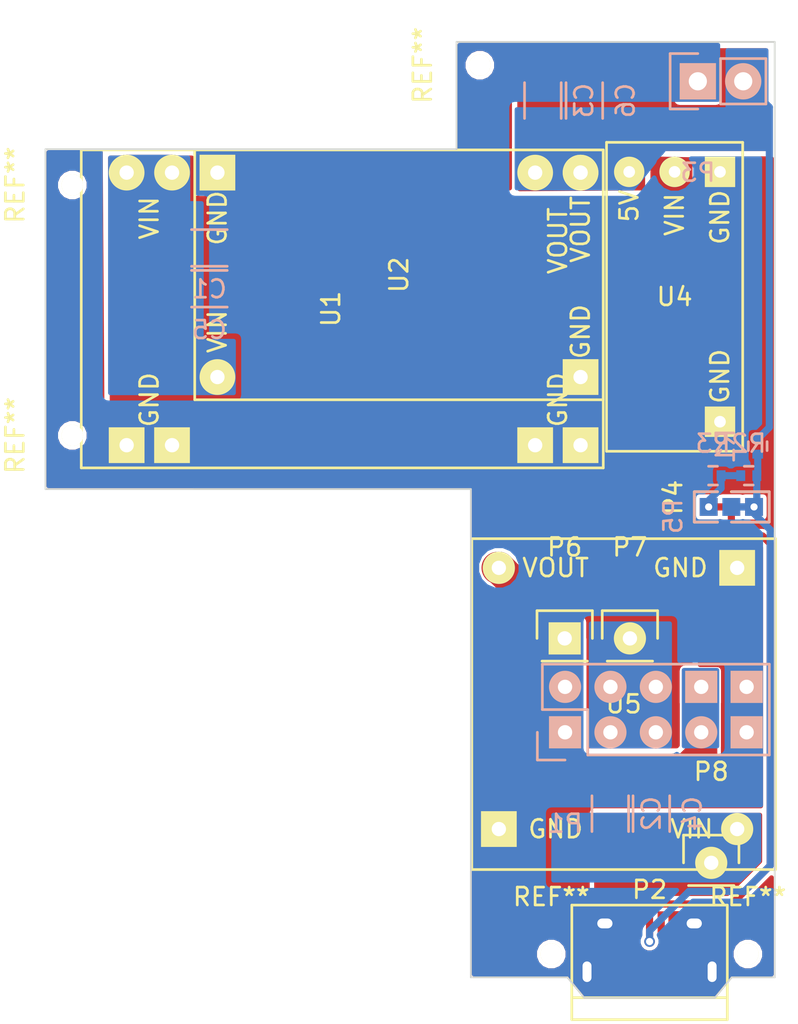
<source format=kicad_pcb>
(kicad_pcb (version 4) (host pcbnew 4.0.2-stable)

  (general
    (links 68)
    (no_connects 0)
    (area 58.149999 99.449999 99.050001 153.000001)
    (thickness 1.6)
    (drawings 12)
    (tracks 55)
    (zones 0)
    (modules 26)
    (nets 8)
  )

  (page A4)
  (layers
    (0 F.Cu signal)
    (31 B.Cu signal)
    (32 B.Adhes user)
    (33 F.Adhes user)
    (34 B.Paste user)
    (35 F.Paste user)
    (36 B.SilkS user)
    (37 F.SilkS user)
    (38 B.Mask user)
    (39 F.Mask user)
    (40 Dwgs.User user)
    (41 Cmts.User user)
    (42 Eco1.User user)
    (43 Eco2.User user)
    (44 Edge.Cuts user)
    (45 Margin user)
    (46 B.CrtYd user)
    (47 F.CrtYd user)
    (48 B.Fab user)
    (49 F.Fab user)
  )

  (setup
    (last_trace_width 0.25)
    (user_trace_width 0.4)
    (user_trace_width 1)
    (user_trace_width 1.2)
    (user_trace_width 1.8)
    (trace_clearance 0.2)
    (zone_clearance 0.25)
    (zone_45_only no)
    (trace_min 0.2)
    (segment_width 0.2)
    (edge_width 0.1)
    (via_size 0.6)
    (via_drill 0.4)
    (via_min_size 0.4)
    (via_min_drill 0.3)
    (uvia_size 0.3)
    (uvia_drill 0.1)
    (uvias_allowed no)
    (uvia_min_size 0.2)
    (uvia_min_drill 0.1)
    (pcb_text_width 0.3)
    (pcb_text_size 1.5 1.5)
    (mod_edge_width 0.15)
    (mod_text_size 1 1)
    (mod_text_width 0.15)
    (pad_size 1.8 1.8)
    (pad_drill 0.8)
    (pad_to_mask_clearance 0.2)
    (aux_axis_origin 0 0)
    (visible_elements 7FFCFFFF)
    (pcbplotparams
      (layerselection 0x00030_80000001)
      (usegerberextensions false)
      (excludeedgelayer true)
      (linewidth 0.100000)
      (plotframeref false)
      (viasonmask false)
      (mode 1)
      (useauxorigin false)
      (hpglpennumber 1)
      (hpglpenspeed 20)
      (hpglpendiameter 15)
      (hpglpenoverlay 2)
      (psnegative false)
      (psa4output false)
      (plotreference true)
      (plotvalue true)
      (plotinvisibletext false)
      (padsonsilk false)
      (subtractmaskfromsilk false)
      (outputformat 1)
      (mirror false)
      (drillshape 1)
      (scaleselection 1)
      (outputdirectory ""))
  )

  (net 0 "")
  (net 1 GND)
  (net 2 /BAT)
  (net 3 /CHG_IN)
  (net 4 VCC)
  (net 5 /CHARGE)
  (net 6 /V3.3)
  (net 7 /V0.6)

  (net_class Default "This is the default net class."
    (clearance 0.2)
    (trace_width 0.25)
    (via_dia 0.6)
    (via_drill 0.4)
    (uvia_dia 0.3)
    (uvia_drill 0.1)
    (add_net /BAT)
    (add_net /CHARGE)
    (add_net /CHG_IN)
    (add_net /V0.6)
    (add_net /V3.3)
    (add_net GND)
    (add_net VCC)
  )

  (module Converters_DCDC_ACDC:LDO_RT9018 (layer F.Cu) (tedit 58379E29) (tstamp 5836B32A)
    (at 93.4 113.75 270)
    (path /5836A7BE)
    (fp_text reference U4 (at 0 0 360) (layer F.SilkS)
      (effects (font (size 1 1) (thickness 0.15)))
    )
    (fp_text value LDO_3V5 (at 0 -4.826 270) (layer F.Fab)
      (effects (font (size 1 1) (thickness 0.15)))
    )
    (fp_text user GND (at 4.445 -2.54 270) (layer F.SilkS)
      (effects (font (size 1 1) (thickness 0.15)))
    )
    (fp_text user 5V (at -5.08 2.54 270) (layer F.SilkS)
      (effects (font (size 1 1) (thickness 0.15)))
    )
    (fp_text user VIN (at -4.6 0 270) (layer F.SilkS)
      (effects (font (size 1 1) (thickness 0.15)))
    )
    (fp_text user GND (at -4.445 -2.54 270) (layer F.SilkS)
      (effects (font (size 1 1) (thickness 0.15)))
    )
    (fp_line (start -8.636 3.81) (end -8.636 -3.81) (layer F.SilkS) (width 0.15))
    (fp_line (start 8.636 3.81) (end -8.636 3.81) (layer F.SilkS) (width 0.15))
    (fp_line (start 8.636 -3.81) (end 8.636 3.81) (layer F.SilkS) (width 0.15))
    (fp_line (start -8.636 -3.81) (end 8.636 -3.81) (layer F.SilkS) (width 0.15))
    (pad 1 thru_hole rect (at -6.985 -2.54 270) (size 1.7 1.7) (drill 0.65) (layers *.Cu *.Mask F.SilkS)
      (net 1 GND))
    (pad 2 thru_hole circle (at -6.985 0 270) (size 1.7 1.7) (drill 0.65) (layers *.Cu *.Mask F.SilkS)
      (net 2 /BAT))
    (pad 3 thru_hole circle (at -6.985 2.54 270) (size 1.7 1.7) (drill 0.65) (layers *.Cu *.Mask F.SilkS)
      (net 4 VCC))
    (pad 1 thru_hole rect (at 6.985 -2.54 270) (size 1.7 1.7) (drill 0.65) (layers *.Cu *.Mask F.SilkS)
      (net 1 GND))
    (model Socket_Strips.3dshapes/Socket_Strip_Straight_Round_1x03_H1.9.wrl
      (at (xyz -0.275 -0.1 0))
      (scale (xyz 1 1 1))
      (rotate (xyz 0 0 90))
    )
    (model Socket_Strips.3dshapes/Socket_Strip_Straight_Round_1x01_H1.9.wrl
      (at (xyz 0.275 0.1 0))
      (scale (xyz 1 1 1))
      (rotate (xyz 0 0 90))
    )
  )

  (module Mounting_Holes:MountingHole_1.2mm_M1 (layer F.Cu) (tedit 5837AC72) (tstamp 5837EAEC)
    (at 82.5 100.8 90)
    (descr "Mounting Hole 1.2mm, no annular, M1")
    (tags "mounting hole 1.2mm no annular m1")
    (fp_text reference REF** (at 0 -3.2 90) (layer F.SilkS)
      (effects (font (size 1 1) (thickness 0.15)))
    )
    (fp_text value MountingHole_1.2mm_M1 (at 0 3.2 90) (layer F.Fab)
      (effects (font (size 1 1) (thickness 0.15)))
    )
    (fp_circle (center 0 0) (end 1.2 0) (layer Cmts.User) (width 0.15))
    (fp_circle (center 0 0) (end 1.5 0) (layer F.CrtYd) (width 0.05))
    (pad "" np_thru_hole circle (at 0 0 90) (size 1.2 1.2) (drill 1.2) (layers *.Cu *.Mask F.SilkS))
  )

  (module Socket_Strips:Socket_Strip_Straight_2x05 (layer B.Cu) (tedit 583879CA) (tstamp 5836B29B)
    (at 87.27 138.1)
    (descr "Through hole socket strip")
    (tags "socket strip")
    (path /5832D815)
    (fp_text reference P1 (at 0 5.1) (layer B.SilkS)
      (effects (font (size 1 1) (thickness 0.15)) (justify mirror))
    )
    (fp_text value CONN5 (at 0 3.1) (layer B.Fab)
      (effects (font (size 1 1) (thickness 0.15)) (justify mirror))
    )
    (fp_line (start -1.75 1.75) (end -1.75 -4.3) (layer B.CrtYd) (width 0.05))
    (fp_line (start 11.95 1.75) (end 11.95 -4.3) (layer B.CrtYd) (width 0.05))
    (fp_line (start -1.75 1.75) (end 11.95 1.75) (layer B.CrtYd) (width 0.05))
    (fp_line (start -1.75 -4.3) (end 11.95 -4.3) (layer B.CrtYd) (width 0.05))
    (fp_line (start -1.27 -3.81) (end 11.43 -3.81) (layer B.SilkS) (width 0.15))
    (fp_line (start 11.43 -3.81) (end 11.43 1.27) (layer B.SilkS) (width 0.15))
    (fp_line (start 11.43 1.27) (end 1.27 1.27) (layer B.SilkS) (width 0.15))
    (fp_line (start -1.27 -3.81) (end -1.27 -1.27) (layer B.SilkS) (width 0.15))
    (fp_line (start 0 1.55) (end -1.55 1.55) (layer B.SilkS) (width 0.15))
    (fp_line (start -1.27 -1.27) (end 1.27 -1.27) (layer B.SilkS) (width 0.15))
    (fp_line (start 1.27 -1.27) (end 1.27 1.27) (layer B.SilkS) (width 0.15))
    (fp_line (start -1.55 1.55) (end -1.55 0) (layer B.SilkS) (width 0.15))
    (pad 1 thru_hole rect (at 0 0) (size 1.8 1.8) (drill 0.8) (layers *.Cu *.Mask B.SilkS)
      (net 1 GND))
    (pad 2 thru_hole circle (at 0 -2.54) (size 1.8 1.8) (drill 0.8) (layers *.Cu *.Mask B.SilkS)
      (net 1 GND))
    (pad 3 thru_hole circle (at 2.54 0) (size 1.8 1.8) (drill 0.8) (layers *.Cu *.Mask B.SilkS)
      (net 2 /BAT))
    (pad 4 thru_hole circle (at 2.54 -2.54) (size 1.8 1.8) (drill 0.8) (layers *.Cu *.Mask B.SilkS)
      (net 2 /BAT))
    (pad 5 thru_hole circle (at 5.08 0) (size 1.8 1.8) (drill 0.8) (layers *.Cu *.Mask B.SilkS)
      (net 2 /BAT))
    (pad 6 thru_hole circle (at 5.08 -2.54) (size 1.8 1.8) (drill 0.8) (layers *.Cu *.Mask B.SilkS)
      (net 2 /BAT))
    (pad 7 thru_hole circle (at 7.62 0) (size 1.8 1.8) (drill 0.8) (layers *.Cu *.Mask B.SilkS)
      (net 5 /CHARGE))
    (pad 8 thru_hole rect (at 7.62 -2.54) (size 1.8 1.8) (drill 0.8) (layers *.Cu *.Mask B.SilkS)
      (net 5 /CHARGE))
    (pad 9 thru_hole rect (at 10.16 0) (size 1.8 1.8) (drill 0.8) (layers *.Cu *.Mask B.SilkS)
      (net 1 GND))
    (pad 10 thru_hole rect (at 10.16 -2.54) (size 1.8 1.8) (drill 0.8) (layers *.Cu *.Mask B.SilkS)
      (net 1 GND))
    (model Socket_Strips.3dshapes/Socket_Strip_Straight_Round_2x05_H1.9.wrl
      (at (xyz 0 0 0))
      (scale (xyz 1 1 1))
      (rotate (xyz 0 0 180))
    )
  )

  (module Mounting_Holes:MountingHole_1.2mm_M1 (layer F.Cu) (tedit 58131030) (tstamp 5836B135)
    (at 59.7 121.5 90)
    (descr "Mounting Hole 1.2mm, no annular, M1")
    (tags "mounting hole 1.2mm no annular m1")
    (fp_text reference REF** (at 0 -3.2 90) (layer F.SilkS)
      (effects (font (size 1 1) (thickness 0.15)))
    )
    (fp_text value MountingHole_1.2mm_M1 (at 0 3.2 90) (layer F.Fab)
      (effects (font (size 1 1) (thickness 0.15)))
    )
    (fp_circle (center 0 0) (end 1.2 0) (layer Cmts.User) (width 0.15))
    (fp_circle (center 0 0) (end 1.5 0) (layer F.CrtYd) (width 0.05))
    (pad "" np_thru_hole circle (at 0 0 90) (size 1.2 1.2) (drill 1.2) (layers *.Cu *.Mask F.SilkS))
  )

  (module Mounting_Holes:MountingHole_1.2mm_M1 (layer F.Cu) (tedit 58131030) (tstamp 5836B12F)
    (at 59.7 107.5 90)
    (descr "Mounting Hole 1.2mm, no annular, M1")
    (tags "mounting hole 1.2mm no annular m1")
    (fp_text reference REF** (at 0 -3.2 90) (layer F.SilkS)
      (effects (font (size 1 1) (thickness 0.15)))
    )
    (fp_text value MountingHole_1.2mm_M1 (at 0 3.2 90) (layer F.Fab)
      (effects (font (size 1 1) (thickness 0.15)))
    )
    (fp_circle (center 0 0) (end 1.2 0) (layer Cmts.User) (width 0.15))
    (fp_circle (center 0 0) (end 1.5 0) (layer F.CrtYd) (width 0.05))
    (pad "" np_thru_hole circle (at 0 0 90) (size 1.2 1.2) (drill 1.2) (layers *.Cu *.Mask F.SilkS))
  )

  (module Mounting_Holes:MountingHole_1.2mm_M1 (layer F.Cu) (tedit 58131030) (tstamp 5836B110)
    (at 86.5 150.5)
    (descr "Mounting Hole 1.2mm, no annular, M1")
    (tags "mounting hole 1.2mm no annular m1")
    (fp_text reference REF** (at 0 -3.2) (layer F.SilkS)
      (effects (font (size 1 1) (thickness 0.15)))
    )
    (fp_text value MountingHole_1.2mm_M1 (at 0 3.2) (layer F.Fab)
      (effects (font (size 1 1) (thickness 0.15)))
    )
    (fp_circle (center 0 0) (end 1.2 0) (layer Cmts.User) (width 0.15))
    (fp_circle (center 0 0) (end 1.5 0) (layer F.CrtYd) (width 0.05))
    (pad "" np_thru_hole circle (at 0 0) (size 1.2 1.2) (drill 1.2) (layers *.Cu *.Mask F.SilkS))
  )

  (module Mounting_Holes:MountingHole_1.2mm_M1 (layer F.Cu) (tedit 58131030) (tstamp 5836B10E)
    (at 97.5 150.5)
    (descr "Mounting Hole 1.2mm, no annular, M1")
    (tags "mounting hole 1.2mm no annular m1")
    (fp_text reference REF** (at 0 -3.2) (layer F.SilkS)
      (effects (font (size 1 1) (thickness 0.15)))
    )
    (fp_text value MountingHole_1.2mm_M1 (at 0 3.2) (layer F.Fab)
      (effects (font (size 1 1) (thickness 0.15)))
    )
    (fp_circle (center 0 0) (end 1.2 0) (layer Cmts.User) (width 0.15))
    (fp_circle (center 0 0) (end 1.5 0) (layer F.CrtYd) (width 0.05))
    (pad "" np_thru_hole circle (at 0 0) (size 1.2 1.2) (drill 1.2) (layers *.Cu *.Mask F.SilkS))
  )

  (module Socket_Strips:Socket_Strip_Straight_1x02 (layer B.Cu) (tedit 54E9F75E) (tstamp 5836B2C2)
    (at 94.7 101.7)
    (descr "Through hole socket strip")
    (tags "socket strip")
    (path /5832D7C0)
    (fp_text reference P3 (at 0 5.1) (layer B.SilkS)
      (effects (font (size 1 1) (thickness 0.15)) (justify mirror))
    )
    (fp_text value CONN_VCC (at 0 3.1) (layer B.Fab)
      (effects (font (size 1 1) (thickness 0.15)) (justify mirror))
    )
    (fp_line (start -1.55 -1.55) (end 0 -1.55) (layer B.SilkS) (width 0.15))
    (fp_line (start 3.81 -1.27) (end 1.27 -1.27) (layer B.SilkS) (width 0.15))
    (fp_line (start -1.75 1.75) (end -1.75 -1.75) (layer B.CrtYd) (width 0.05))
    (fp_line (start 4.3 1.75) (end 4.3 -1.75) (layer B.CrtYd) (width 0.05))
    (fp_line (start -1.75 1.75) (end 4.3 1.75) (layer B.CrtYd) (width 0.05))
    (fp_line (start -1.75 -1.75) (end 4.3 -1.75) (layer B.CrtYd) (width 0.05))
    (fp_line (start 1.27 -1.27) (end 1.27 1.27) (layer B.SilkS) (width 0.15))
    (fp_line (start 0 1.55) (end -1.55 1.55) (layer B.SilkS) (width 0.15))
    (fp_line (start -1.55 1.55) (end -1.55 -1.55) (layer B.SilkS) (width 0.15))
    (fp_line (start 1.27 1.27) (end 3.81 1.27) (layer B.SilkS) (width 0.15))
    (fp_line (start 3.81 1.27) (end 3.81 -1.27) (layer B.SilkS) (width 0.15))
    (pad 1 thru_hole rect (at 0 0) (size 2.032 2.032) (drill 1.016) (layers *.Cu *.Mask B.SilkS)
      (net 1 GND))
    (pad 2 thru_hole oval (at 2.54 0) (size 2.032 2.032) (drill 1.016) (layers *.Cu *.Mask B.SilkS)
      (net 4 VCC))
    (model Socket_Strips.3dshapes/Socket_Strip_Straight_Round_1x02_H1.9.wrl
      (at (xyz 0 0 0))
      (scale (xyz 1 1 1))
      (rotate (xyz 0 0 180))
    )
  )

  (module Converters_DCDC_ACDC:DCDC_Conv_G5177-Boost (layer F.Cu) (tedit 58349E81) (tstamp 5836B2EE)
    (at 77.978 112.522 270)
    (descr https://item.taobao.com/item.htm?spm=a1z09.2.0.0.zJFJUn&id=42102321796&_u=m41ujt257c3)
    (tags "G5177 DCDC Boost ")
    (path /583513F1)
    (fp_text reference U2 (at 0 0 270) (layer F.SilkS)
      (effects (font (size 1 1) (thickness 0.15)))
    )
    (fp_text value "G5177 module" (at 0 -13.335 270) (layer F.Fab)
      (effects (font (size 1 1) (thickness 0.15)))
    )
    (fp_text user VOUT (at -2.54 -10.16 270) (layer F.SilkS)
      (effects (font (size 1 1) (thickness 0.15)))
    )
    (fp_text user GND (at -3.175 10.16 270) (layer F.SilkS)
      (effects (font (size 1 1) (thickness 0.15)))
    )
    (fp_text user VIN (at 3.175 10.16 450) (layer F.SilkS)
      (effects (font (size 1 1) (thickness 0.15)))
    )
    (fp_line (start -6.985 11.43) (end -6.985 -11.43) (layer F.SilkS) (width 0.15))
    (fp_line (start 6.985 11.43) (end -6.985 11.43) (layer F.SilkS) (width 0.15))
    (fp_line (start 6.985 -11.43) (end 6.985 11.43) (layer F.SilkS) (width 0.15))
    (fp_line (start -6.985 -11.43) (end 6.985 -11.43) (layer F.SilkS) (width 0.15))
    (fp_text user GND (at 3.175 -10.16 270) (layer F.SilkS)
      (effects (font (size 1 1) (thickness 0.15)))
    )
    (pad 2 thru_hole circle (at 5.715 10.16 270) (size 2 2) (drill 0.8) (layers *.Cu *.Mask F.SilkS)
      (net 2 /BAT))
    (pad 1 thru_hole rect (at -5.715 10.16 270) (size 2 2) (drill 0.8) (layers *.Cu *.Mask F.SilkS)
      (net 1 GND))
    (pad 3 thru_hole circle (at -5.715 -10.16 270) (size 2 2) (drill 0.8) (layers *.Cu *.Mask F.SilkS)
      (net 4 VCC))
    (pad 1 thru_hole rect (at 5.715 -10.16 270) (size 2 2) (drill 0.8) (layers *.Cu *.Mask F.SilkS)
      (net 1 GND))
    (model Socket_Strips.3dshapes/Socket_Strip_Straight_Round_1x01_H1.9.wrl
      (at (xyz -0.225 -0.4 0))
      (scale (xyz 1 1 1))
      (rotate (xyz 0 0 0))
    )
    (model Socket_Strips.3dshapes/Socket_Strip_Straight_Round_1x01_H1.9.wrl
      (at (xyz 0.225 -0.4 0))
      (scale (xyz 1 1 1))
      (rotate (xyz 0 0 0))
    )
    (model Socket_Strips.3dshapes/Socket_Strip_Straight_Round_1x01_H1.9.wrl
      (at (xyz -0.225 0.4 0))
      (scale (xyz 1 1 1))
      (rotate (xyz 0 0 0))
    )
    (model Socket_Strips.3dshapes/Socket_Strip_Straight_Round_1x01_H1.9.wrl
      (at (xyz 0.225 0.4 0))
      (scale (xyz 1 1 1))
      (rotate (xyz 0 0 0))
    )
  )

  (module Converters_DCDC_ACDC:DCDC_Charger-TP5000-Bucket (layer F.Cu) (tedit 58387911) (tstamp 583742DC)
    (at 90.551 136.525 180)
    (descr https://item.taobao.com/item.htm?spm=a1z09.2.0.0.jpTaJ3&id=14281177387&_u=p41ujt2e18f)
    (tags "TP5000 Charger")
    (path /5835319A)
    (fp_text reference U5 (at 0 0 180) (layer F.SilkS)
      (effects (font (size 1 1) (thickness 0.15)))
    )
    (fp_text value "TP5000 Charger" (at 0 -10.795 180) (layer F.Fab)
      (effects (font (size 1 1) (thickness 0.15)))
    )
    (fp_text user VOUT (at 3.81 7.62 180) (layer F.SilkS)
      (effects (font (size 1 1) (thickness 0.15)))
    )
    (fp_text user GND (at -3.175 7.62 180) (layer F.SilkS)
      (effects (font (size 1 1) (thickness 0.15)))
    )
    (fp_text user VIN (at -3.81 -6.985 360) (layer F.SilkS)
      (effects (font (size 1 1) (thickness 0.15)))
    )
    (fp_line (start -8.5 9.25) (end -8.5 -9.25) (layer F.SilkS) (width 0.15))
    (fp_line (start 8.5 9.25) (end -8.5 9.25) (layer F.SilkS) (width 0.15))
    (fp_line (start 8.5 -9.25) (end 8.5 9.25) (layer F.SilkS) (width 0.15))
    (fp_line (start -8.5 -9.25) (end 8.5 -9.25) (layer F.SilkS) (width 0.15))
    (fp_text user GND (at 3.81 -6.985 180) (layer F.SilkS)
      (effects (font (size 1 1) (thickness 0.15)))
    )
    (pad 3 thru_hole circle (at 6.985 7.62 180) (size 1.8 1.8) (drill 0.8) (layers *.Cu *.Mask F.SilkS)
      (net 5 /CHARGE))
    (pad 1 thru_hole rect (at -6.35 7.62 180) (size 2 2) (drill 0.8) (layers *.Cu *.Mask F.SilkS)
      (net 1 GND))
    (pad 2 thru_hole circle (at -6.35 -6.985 180) (size 1.8 1.8) (drill 0.8) (layers *.Cu *.Mask F.SilkS)
      (net 3 /CHG_IN))
    (pad 1 thru_hole rect (at 6.985 -6.985 180) (size 2 2) (drill 0.8) (layers *.Cu *.Mask F.SilkS)
      (net 1 GND))
    (model Socket_Strips.3dshapes/Socket_Strip_Straight_Round_1x01_H1.9.wrl
      (at (xyz -0.25 -0.3 0))
      (scale (xyz 1 1 1))
      (rotate (xyz 0 0 0))
    )
    (model Socket_Strips.3dshapes/Socket_Strip_Straight_Round_1x01_H1.9.wrl
      (at (xyz 0.275 -0.3 0))
      (scale (xyz 1 1 1))
      (rotate (xyz 0 0 0))
    )
    (model Socket_Strips.3dshapes/Socket_Strip_Straight_Round_1x01_H1.9.wrl
      (at (xyz -0.25 0.275 0))
      (scale (xyz 1 1 1))
      (rotate (xyz 0 0 0))
    )
    (model Socket_Strips.3dshapes/Socket_Strip_Straight_Round_1x01_H1.9.wrl
      (at (xyz 0.275 0.275 0))
      (scale (xyz 1 1 1))
      (rotate (xyz 0 0 0))
    )
  )

  (module Pin_Headers:Pin_Header_Straight_1x03_Pitch1.27mm (layer F.Cu) (tedit 58374D18) (tstamp 58374B19)
    (at 95.304805 125.498709 90)
    (descr "Through hole pin header, pitch 1.27mm")
    (tags "pin header")
    (path /5836ACD9)
    (fp_text reference P4 (at 0.53 -1.99 90) (layer F.SilkS)
      (effects (font (size 1 1) (thickness 0.15)))
    )
    (fp_text value CONN_01X03 (at 0 4.7 90) (layer F.Fab)
      (effects (font (size 1 1) (thickness 0.15)))
    )
    (fp_line (start -0.85 3.39) (end 0.85 3.39) (layer F.SilkS) (width 0.15))
    (fp_line (start 0.85 3.39) (end 0.85 1.27) (layer F.SilkS) (width 0.15))
    (fp_line (start -1.1 -1.05) (end -1.1 3.65) (layer F.CrtYd) (width 0.05))
    (fp_line (start 1.1 -1.05) (end 1.1 3.65) (layer F.CrtYd) (width 0.05))
    (fp_line (start -1.1 -1.05) (end 1.1 -1.05) (layer F.CrtYd) (width 0.05))
    (fp_line (start -1.1 3.65) (end 1.1 3.65) (layer F.CrtYd) (width 0.05))
    (fp_line (start -0.85 3.39) (end -0.85 1.3) (layer F.SilkS) (width 0.15))
    (fp_line (start 0.85 -0.8) (end -0.85 -0.8) (layer F.SilkS) (width 0.15))
    (fp_line (start -0.85 -0.8) (end -0.85 0.5) (layer F.SilkS) (width 0.15))
    (fp_line (start 0.85 -0.8) (end 0.85 0.5) (layer F.SilkS) (width 0.15))
    (pad 1 smd rect (at 0 0 90) (size 1 1) (layers F.Cu F.Paste F.Mask)
      (net 7 /V0.6))
    (pad 2 smd rect (at 0 1.27 90) (size 1 1) (layers F.Cu F.Paste F.Mask)
      (net 7 /V0.6))
    (pad 3 smd rect (at 0 2.54 90) (size 1 1) (layers F.Cu F.Paste F.Mask)
      (net 6 /V3.3))
  )

  (module Pin_Headers:Pin_Header_Straight_1x03_Pitch1.27mm (layer B.Cu) (tedit 58374CEA) (tstamp 58374B2A)
    (at 95.304805 125.498709 270)
    (descr "Through hole pin header, pitch 1.27mm")
    (tags "pin header")
    (path /5836ACDA)
    (fp_text reference P5 (at 0.53 1.99 270) (layer B.SilkS)
      (effects (font (size 1 1) (thickness 0.15)) (justify mirror))
    )
    (fp_text value CONN_01X03 (at 0 -4.7 270) (layer B.Fab)
      (effects (font (size 1 1) (thickness 0.15)) (justify mirror))
    )
    (fp_line (start -0.85 -3.39) (end 0.85 -3.39) (layer B.SilkS) (width 0.15))
    (fp_line (start 0.85 -3.39) (end 0.85 -1.27) (layer B.SilkS) (width 0.15))
    (fp_line (start -1.1 1.05) (end -1.1 -3.65) (layer B.CrtYd) (width 0.05))
    (fp_line (start 1.1 1.05) (end 1.1 -3.65) (layer B.CrtYd) (width 0.05))
    (fp_line (start -1.1 1.05) (end 1.1 1.05) (layer B.CrtYd) (width 0.05))
    (fp_line (start -1.1 -3.65) (end 1.1 -3.65) (layer B.CrtYd) (width 0.05))
    (fp_line (start -0.85 -3.39) (end -0.85 -1.3) (layer B.SilkS) (width 0.15))
    (fp_line (start 0.85 0.8) (end -0.85 0.8) (layer B.SilkS) (width 0.15))
    (fp_line (start -0.85 0.8) (end -0.85 -0.5) (layer B.SilkS) (width 0.15))
    (fp_line (start 0.85 0.8) (end 0.85 -0.5) (layer B.SilkS) (width 0.15))
    (pad 1 smd rect (at 0 0 270) (size 1 1) (layers B.Cu B.Paste B.Mask)
      (net 7 /V0.6))
    (pad 2 smd rect (at 0 -1.27 270) (size 1 1) (layers B.Cu B.Paste B.Mask)
      (net 6 /V3.3))
    (pad 3 smd rect (at 0 -2.54 270) (size 1 1) (layers B.Cu B.Paste B.Mask)
      (net 6 /V3.3))
  )

  (module Resistors_SMD:R_0402 (layer B.Cu) (tedit 582A0C58) (tstamp 58374B3A)
    (at 98.05 122.1 270)
    (descr "Resistor SMD 0402, reflow soldering, Vishay (see dcrcw.pdf)")
    (tags "resistor 0402")
    (path /5836ACD4)
    (attr smd)
    (fp_text reference R1 (at 0 1.8 270) (layer B.SilkS)
      (effects (font (size 1 1) (thickness 0.15)) (justify mirror))
    )
    (fp_text value 2M (at 0 -1.8 270) (layer B.Fab)
      (effects (font (size 1 1) (thickness 0.15)) (justify mirror))
    )
    (fp_line (start -0.5 -0.25) (end -0.5 0.25) (layer B.Fab) (width 0.15))
    (fp_line (start 0.5 -0.25) (end -0.5 -0.25) (layer B.Fab) (width 0.15))
    (fp_line (start 0.5 0.25) (end 0.5 -0.25) (layer B.Fab) (width 0.15))
    (fp_line (start -0.5 0.25) (end 0.5 0.25) (layer B.Fab) (width 0.15))
    (fp_line (start -0.95 0.65) (end 0.95 0.65) (layer B.CrtYd) (width 0.05))
    (fp_line (start -0.95 -0.65) (end 0.95 -0.65) (layer B.CrtYd) (width 0.05))
    (fp_line (start -0.95 0.65) (end -0.95 -0.65) (layer B.CrtYd) (width 0.05))
    (fp_line (start 0.95 0.65) (end 0.95 -0.65) (layer B.CrtYd) (width 0.05))
    (fp_line (start 0.25 0.525) (end -0.25 0.525) (layer B.SilkS) (width 0.15))
    (fp_line (start -0.25 -0.525) (end 0.25 -0.525) (layer B.SilkS) (width 0.15))
    (pad 1 smd rect (at -0.45 0 270) (size 0.5 0.6) (layers B.Cu B.Paste B.Mask)
      (net 4 VCC))
    (pad 2 smd rect (at 0.45 0 270) (size 0.5 0.6) (layers B.Cu B.Paste B.Mask)
      (net 6 /V3.3))
    (model Resistors_SMD.3dshapes/R_0402.wrl
      (at (xyz 0 0 0))
      (scale (xyz 1 1 1))
      (rotate (xyz 0 0 0))
    )
  )

  (module Resistors_SMD:R_0402 (layer B.Cu) (tedit 582A0C58) (tstamp 58374B4A)
    (at 97.55 123.75 180)
    (descr "Resistor SMD 0402, reflow soldering, Vishay (see dcrcw.pdf)")
    (tags "resistor 0402")
    (path /5836ACD5)
    (attr smd)
    (fp_text reference R2 (at 0 1.8 180) (layer B.SilkS)
      (effects (font (size 1 1) (thickness 0.15)) (justify mirror))
    )
    (fp_text value 1M (at 0 -1.8 180) (layer B.Fab)
      (effects (font (size 1 1) (thickness 0.15)) (justify mirror))
    )
    (fp_line (start -0.5 -0.25) (end -0.5 0.25) (layer B.Fab) (width 0.15))
    (fp_line (start 0.5 -0.25) (end -0.5 -0.25) (layer B.Fab) (width 0.15))
    (fp_line (start 0.5 0.25) (end 0.5 -0.25) (layer B.Fab) (width 0.15))
    (fp_line (start -0.5 0.25) (end 0.5 0.25) (layer B.Fab) (width 0.15))
    (fp_line (start -0.95 0.65) (end 0.95 0.65) (layer B.CrtYd) (width 0.05))
    (fp_line (start -0.95 -0.65) (end 0.95 -0.65) (layer B.CrtYd) (width 0.05))
    (fp_line (start -0.95 0.65) (end -0.95 -0.65) (layer B.CrtYd) (width 0.05))
    (fp_line (start 0.95 0.65) (end 0.95 -0.65) (layer B.CrtYd) (width 0.05))
    (fp_line (start 0.25 0.525) (end -0.25 0.525) (layer B.SilkS) (width 0.15))
    (fp_line (start -0.25 -0.525) (end 0.25 -0.525) (layer B.SilkS) (width 0.15))
    (pad 1 smd rect (at -0.45 0 180) (size 0.5 0.6) (layers B.Cu B.Paste B.Mask)
      (net 6 /V3.3))
    (pad 2 smd rect (at 0.45 0 180) (size 0.5 0.6) (layers B.Cu B.Paste B.Mask)
      (net 7 /V0.6))
    (model Resistors_SMD.3dshapes/R_0402.wrl
      (at (xyz 0 0 0))
      (scale (xyz 1 1 1))
      (rotate (xyz 0 0 0))
    )
  )

  (module Resistors_SMD:R_0402 (layer B.Cu) (tedit 582A0C58) (tstamp 58374B5A)
    (at 95.55 123.75 180)
    (descr "Resistor SMD 0402, reflow soldering, Vishay (see dcrcw.pdf)")
    (tags "resistor 0402")
    (path /5836ACD7)
    (attr smd)
    (fp_text reference R3 (at 0 1.8 180) (layer B.SilkS)
      (effects (font (size 1 1) (thickness 0.15)) (justify mirror))
    )
    (fp_text value 400K (at 0 -1.8 180) (layer B.Fab)
      (effects (font (size 1 1) (thickness 0.15)) (justify mirror))
    )
    (fp_line (start -0.5 -0.25) (end -0.5 0.25) (layer B.Fab) (width 0.15))
    (fp_line (start 0.5 -0.25) (end -0.5 -0.25) (layer B.Fab) (width 0.15))
    (fp_line (start 0.5 0.25) (end 0.5 -0.25) (layer B.Fab) (width 0.15))
    (fp_line (start -0.5 0.25) (end 0.5 0.25) (layer B.Fab) (width 0.15))
    (fp_line (start -0.95 0.65) (end 0.95 0.65) (layer B.CrtYd) (width 0.05))
    (fp_line (start -0.95 -0.65) (end 0.95 -0.65) (layer B.CrtYd) (width 0.05))
    (fp_line (start -0.95 0.65) (end -0.95 -0.65) (layer B.CrtYd) (width 0.05))
    (fp_line (start 0.95 0.65) (end 0.95 -0.65) (layer B.CrtYd) (width 0.05))
    (fp_line (start 0.25 0.525) (end -0.25 0.525) (layer B.SilkS) (width 0.15))
    (fp_line (start -0.25 -0.525) (end 0.25 -0.525) (layer B.SilkS) (width 0.15))
    (pad 1 smd rect (at -0.45 0 180) (size 0.5 0.6) (layers B.Cu B.Paste B.Mask)
      (net 7 /V0.6))
    (pad 2 smd rect (at 0.45 0 180) (size 0.5 0.6) (layers B.Cu B.Paste B.Mask)
      (net 1 GND))
    (model Resistors_SMD.3dshapes/R_0402.wrl
      (at (xyz 0 0 0))
      (scale (xyz 1 1 1))
      (rotate (xyz 0 0 0))
    )
  )

  (module Pin_Headers:Pin_Header_Straight_1x01 (layer F.Cu) (tedit 5837AA40) (tstamp 58379BCC)
    (at 87.25 132.85)
    (descr "Through hole pin header")
    (tags "pin header")
    (path /58379FAA)
    (fp_text reference P6 (at 0 -5.1) (layer F.SilkS)
      (effects (font (size 1 1) (thickness 0.15)))
    )
    (fp_text value CONN_01X01 (at 0 -3.1) (layer F.Fab)
      (effects (font (size 1 1) (thickness 0.15)))
    )
    (fp_line (start 1.55 -1.55) (end 1.55 0) (layer F.SilkS) (width 0.15))
    (fp_line (start -1.75 -1.75) (end -1.75 1.75) (layer F.CrtYd) (width 0.05))
    (fp_line (start 1.75 -1.75) (end 1.75 1.75) (layer F.CrtYd) (width 0.05))
    (fp_line (start -1.75 -1.75) (end 1.75 -1.75) (layer F.CrtYd) (width 0.05))
    (fp_line (start -1.75 1.75) (end 1.75 1.75) (layer F.CrtYd) (width 0.05))
    (fp_line (start -1.55 0) (end -1.55 -1.55) (layer F.SilkS) (width 0.15))
    (fp_line (start -1.55 -1.55) (end 1.55 -1.55) (layer F.SilkS) (width 0.15))
    (fp_line (start -1.27 1.27) (end 1.27 1.27) (layer F.SilkS) (width 0.15))
    (pad 1 thru_hole rect (at 0 0) (size 1.8 1.8) (drill 0.8) (layers *.Cu *.Mask F.SilkS)
      (net 1 GND))
  )

  (module Pin_Headers:Pin_Header_Straight_1x01 (layer F.Cu) (tedit 5837AA38) (tstamp 58379BD9)
    (at 90.9 132.85)
    (descr "Through hole pin header")
    (tags "pin header")
    (path /58379E14)
    (fp_text reference P7 (at 0 -5.1) (layer F.SilkS)
      (effects (font (size 1 1) (thickness 0.15)))
    )
    (fp_text value CONN_01X01 (at 0 -3.1) (layer F.Fab)
      (effects (font (size 1 1) (thickness 0.15)))
    )
    (fp_line (start 1.55 -1.55) (end 1.55 0) (layer F.SilkS) (width 0.15))
    (fp_line (start -1.75 -1.75) (end -1.75 1.75) (layer F.CrtYd) (width 0.05))
    (fp_line (start 1.75 -1.75) (end 1.75 1.75) (layer F.CrtYd) (width 0.05))
    (fp_line (start -1.75 -1.75) (end 1.75 -1.75) (layer F.CrtYd) (width 0.05))
    (fp_line (start -1.75 1.75) (end 1.75 1.75) (layer F.CrtYd) (width 0.05))
    (fp_line (start -1.55 0) (end -1.55 -1.55) (layer F.SilkS) (width 0.15))
    (fp_line (start -1.55 -1.55) (end 1.55 -1.55) (layer F.SilkS) (width 0.15))
    (fp_line (start -1.27 1.27) (end 1.27 1.27) (layer F.SilkS) (width 0.15))
    (pad 1 thru_hole circle (at 0 0) (size 1.8 1.8) (drill 0.8) (layers *.Cu *.Mask F.SilkS)
      (net 2 /BAT))
  )

  (module Pin_Headers:Pin_Header_Straight_1x01 (layer F.Cu) (tedit 5837AA30) (tstamp 58379BE6)
    (at 95.45 145.4)
    (descr "Through hole pin header")
    (tags "pin header")
    (path /5837A19E)
    (fp_text reference P8 (at 0 -5.1) (layer F.SilkS)
      (effects (font (size 1 1) (thickness 0.15)))
    )
    (fp_text value CONN_01X01 (at 0 -3.1) (layer F.Fab)
      (effects (font (size 1 1) (thickness 0.15)))
    )
    (fp_line (start 1.55 -1.55) (end 1.55 0) (layer F.SilkS) (width 0.15))
    (fp_line (start -1.75 -1.75) (end -1.75 1.75) (layer F.CrtYd) (width 0.05))
    (fp_line (start 1.75 -1.75) (end 1.75 1.75) (layer F.CrtYd) (width 0.05))
    (fp_line (start -1.75 -1.75) (end 1.75 -1.75) (layer F.CrtYd) (width 0.05))
    (fp_line (start -1.75 1.75) (end 1.75 1.75) (layer F.CrtYd) (width 0.05))
    (fp_line (start -1.55 0) (end -1.55 -1.55) (layer F.SilkS) (width 0.15))
    (fp_line (start -1.55 -1.55) (end 1.55 -1.55) (layer F.SilkS) (width 0.15))
    (fp_line (start -1.27 1.27) (end 1.27 1.27) (layer F.SilkS) (width 0.15))
    (pad 1 thru_hole circle (at 0 0) (size 1.8 1.8) (drill 0.8) (layers *.Cu *.Mask F.SilkS)
      (net 3 /CHG_IN))
  )

  (module Connect:USB_Micro-B (layer F.Cu) (tedit 5543E447) (tstamp 5836B2B1)
    (at 92 150.35)
    (descr "Micro USB Type B Receptacle")
    (tags "USB USB_B USB_micro USB_OTG")
    (path /5836ACD2)
    (attr smd)
    (fp_text reference P2 (at 0 -3.45) (layer F.SilkS)
      (effects (font (size 1 1) (thickness 0.15)))
    )
    (fp_text value USB_Micro (at 0 4.8) (layer F.Fab)
      (effects (font (size 1 1) (thickness 0.15)))
    )
    (fp_line (start -4.6 -2.8) (end 4.6 -2.8) (layer F.CrtYd) (width 0.05))
    (fp_line (start 4.6 -2.8) (end 4.6 4.05) (layer F.CrtYd) (width 0.05))
    (fp_line (start 4.6 4.05) (end -4.6 4.05) (layer F.CrtYd) (width 0.05))
    (fp_line (start -4.6 4.05) (end -4.6 -2.8) (layer F.CrtYd) (width 0.05))
    (fp_line (start -4.3509 3.81746) (end 4.3491 3.81746) (layer F.SilkS) (width 0.15))
    (fp_line (start -4.3509 -2.58754) (end 4.3491 -2.58754) (layer F.SilkS) (width 0.15))
    (fp_line (start 4.3491 -2.58754) (end 4.3491 3.81746) (layer F.SilkS) (width 0.15))
    (fp_line (start 4.3491 2.58746) (end -4.3509 2.58746) (layer F.SilkS) (width 0.15))
    (fp_line (start -4.3509 3.81746) (end -4.3509 -2.58754) (layer F.SilkS) (width 0.15))
    (pad 1 smd rect (at -1.3009 -1.56254 90) (size 1.35 0.4) (layers F.Cu F.Paste F.Mask)
      (net 3 /CHG_IN))
    (pad 2 smd rect (at -0.6509 -1.56254 90) (size 1.35 0.4) (layers F.Cu F.Paste F.Mask)
      (net 7 /V0.6))
    (pad 3 smd rect (at -0.0009 -1.56254 90) (size 1.35 0.4) (layers F.Cu F.Paste F.Mask)
      (net 6 /V3.3))
    (pad 4 smd rect (at 0.6491 -1.56254 90) (size 1.35 0.4) (layers F.Cu F.Paste F.Mask))
    (pad 5 smd rect (at 1.2991 -1.56254 90) (size 1.35 0.4) (layers F.Cu F.Paste F.Mask)
      (net 1 GND))
    (pad 6 thru_hole oval (at -2.5009 -1.56254 90) (size 0.95 1.25) (drill oval 0.55 0.85) (layers *.Cu *.Mask)
      (net 1 GND))
    (pad 6 thru_hole oval (at 2.4991 -1.56254 90) (size 0.95 1.25) (drill oval 0.55 0.85) (layers *.Cu *.Mask)
      (net 1 GND))
    (pad 6 thru_hole oval (at -3.5009 1.13746 90) (size 1.55 1) (drill oval 1.15 0.5) (layers *.Cu *.Mask)
      (net 1 GND))
    (pad 6 thru_hole oval (at 3.4991 1.13746 90) (size 1.55 1) (drill oval 1.15 0.5) (layers *.Cu *.Mask)
      (net 1 GND))
    (model Connectors_Molex.3dshapes/Molxe_USB-Micro_1050170001.wrl
      (at (xyz 0 0 0))
      (scale (xyz 1 1 1))
      (rotate (xyz 0 0 0))
    )
  )

  (module Converters_DCDC_ACDC:DCDC_Conv_TPS61800-Boost (layer F.Cu) (tedit 5837A6D0) (tstamp 5836B2DE)
    (at 74.168 114.427 90)
    (descr https://item.taobao.com/item.htm?spm=a1z09.2.0.0.OQGlTG&id=524154367211&_u=l41ujt25a61)
    (tags "TPS61800 DCDC Boost ")
    (path /58351020)
    (fp_text reference U1 (at 0 0 90) (layer F.SilkS)
      (effects (font (size 1 1) (thickness 0.15)))
    )
    (fp_text value "TPS61800 module" (at 0 -16.51 90) (layer F.Fab)
      (effects (font (size 1 1) (thickness 0.15)))
    )
    (fp_text user VOUT (at 3.81 12.7 90) (layer F.SilkS)
      (effects (font (size 1 1) (thickness 0.15)))
    )
    (fp_text user GND (at -5.08 12.7 90) (layer F.SilkS)
      (effects (font (size 1 1) (thickness 0.15)))
    )
    (fp_text user VIN (at 5.08 -10.16 270) (layer F.SilkS)
      (effects (font (size 1 1) (thickness 0.15)))
    )
    (fp_line (start -8.89 15.24) (end -8.89 -13.97) (layer F.SilkS) (width 0.15))
    (fp_line (start 8.89 15.24) (end -8.89 15.24) (layer F.SilkS) (width 0.15))
    (fp_line (start 8.89 -13.97) (end 8.89 15.24) (layer F.SilkS) (width 0.15))
    (fp_line (start -8.89 -13.97) (end 8.89 -13.97) (layer F.SilkS) (width 0.15))
    (fp_text user GND (at -5.08 -10.16 90) (layer F.SilkS)
      (effects (font (size 1 1) (thickness 0.15)))
    )
    (pad 2 thru_hole circle (at 7.62 -11.43 90) (size 2 2) (drill 0.8) (layers *.Cu *.Mask F.SilkS)
      (net 2 /BAT))
    (pad 2 thru_hole circle (at 7.62 -8.89 90) (size 2 2) (drill 0.8) (layers *.Cu *.Mask F.SilkS)
      (net 2 /BAT))
    (pad 1 thru_hole rect (at -7.62 13.97 90) (size 2 2) (drill 0.8) (layers *.Cu *.Mask F.SilkS)
      (net 1 GND))
    (pad 1 thru_hole rect (at -7.62 11.43 90) (size 2 2) (drill 0.8) (layers *.Cu *.Mask F.SilkS)
      (net 1 GND))
    (pad 3 thru_hole circle (at 7.62 13.97 90) (size 2 2) (drill 0.8) (layers *.Cu *.Mask F.SilkS)
      (net 4 VCC))
    (pad 3 thru_hole circle (at 7.62 11.43 90) (size 2 2) (drill 0.8) (layers *.Cu *.Mask F.SilkS)
      (net 4 VCC))
    (pad 2 connect rect (at 7.62 -10.16 90) (size 2 2.54) (layers F.Cu F.Mask)
      (net 2 /BAT))
    (pad 2 connect rect (at 7.62 -10.16 90) (size 2 2.54) (layers B.Cu B.Mask)
      (net 2 /BAT))
    (pad 3 connect rect (at 7.62 12.7 90) (size 2 2.54) (layers F.Cu F.Mask)
      (net 4 VCC))
    (pad 3 connect rect (at 7.62 12.7 90) (size 2 2.54) (layers B.Cu B.Mask)
      (net 4 VCC))
    (pad 1 connect rect (at -7.62 12.7 90) (size 2 2.54) (layers F.Cu F.Mask)
      (net 1 GND))
    (pad 1 connect rect (at -7.62 12.7 90) (size 2 2.54) (layers B.Cu B.Mask)
      (net 1 GND))
    (pad 1 thru_hole rect (at -7.62 -8.89 90) (size 2 2) (drill 0.8) (layers *.Cu *.Mask F.SilkS)
      (net 1 GND))
    (pad 1 thru_hole rect (at -7.62 -11.43 90) (size 2 2) (drill 0.8) (layers *.Cu *.Mask F.SilkS)
      (net 1 GND))
    (pad 1 connect rect (at -7.62 -10.16 90) (size 2 2.54) (layers F.Cu F.Mask)
      (net 1 GND))
    (pad 1 connect rect (at -7.62 -10.16 90) (size 2 2.54) (layers B.Cu B.Mask)
      (net 1 GND))
    (model Socket_Strips.3dshapes/Socket_Strip_Straight_Round_1x02_H1.9.wrl
      (at (xyz -0.3 -0.55 0))
      (scale (xyz 1 1 1))
      (rotate (xyz 0 0 90))
    )
    (model Socket_Strips.3dshapes/Socket_Strip_Straight_Round_1x02_H1.9.wrl
      (at (xyz 0.3 -0.55 0))
      (scale (xyz 1 1 1))
      (rotate (xyz 0 0 90))
    )
    (model Socket_Strips.3dshapes/Socket_Strip_Straight_Round_1x02_H1.9.wrl
      (at (xyz -0.3 0.35 0))
      (scale (xyz 1 1 1))
      (rotate (xyz 0 0 90))
    )
    (model Socket_Strips.3dshapes/Socket_Strip_Straight_Round_1x02_H1.9.wrl
      (at (xyz 0.3 0.35 0))
      (scale (xyz 1 1 1))
      (rotate (xyz 0 0 90))
    )
  )

  (module Capacitors_SMD:C_1206 (layer B.Cu) (tedit 5415D7BD) (tstamp 58390B55)
    (at 67.366418 111.018418)
    (descr "Capacitor SMD 1206, reflow soldering, AVX (see smccp.pdf)")
    (tags "capacitor 1206")
    (path /5835262C)
    (attr smd)
    (fp_text reference C1 (at 0 2.3) (layer B.SilkS)
      (effects (font (size 1 1) (thickness 0.15)) (justify mirror))
    )
    (fp_text value 47uF (at 0 -2.3) (layer B.Fab)
      (effects (font (size 1 1) (thickness 0.15)) (justify mirror))
    )
    (fp_line (start -1.6 -0.8) (end -1.6 0.8) (layer B.Fab) (width 0.15))
    (fp_line (start 1.6 -0.8) (end -1.6 -0.8) (layer B.Fab) (width 0.15))
    (fp_line (start 1.6 0.8) (end 1.6 -0.8) (layer B.Fab) (width 0.15))
    (fp_line (start -1.6 0.8) (end 1.6 0.8) (layer B.Fab) (width 0.15))
    (fp_line (start -2.3 1.15) (end 2.3 1.15) (layer B.CrtYd) (width 0.05))
    (fp_line (start -2.3 -1.15) (end 2.3 -1.15) (layer B.CrtYd) (width 0.05))
    (fp_line (start -2.3 1.15) (end -2.3 -1.15) (layer B.CrtYd) (width 0.05))
    (fp_line (start 2.3 1.15) (end 2.3 -1.15) (layer B.CrtYd) (width 0.05))
    (fp_line (start 1 1.025) (end -1 1.025) (layer B.SilkS) (width 0.15))
    (fp_line (start -1 -1.025) (end 1 -1.025) (layer B.SilkS) (width 0.15))
    (pad 1 smd rect (at -1.5 0) (size 1 1.6) (layers B.Cu B.Paste B.Mask)
      (net 2 /BAT))
    (pad 2 smd rect (at 1.5 0) (size 1 1.6) (layers B.Cu B.Paste B.Mask)
      (net 1 GND))
    (model Capacitors_SMD.3dshapes/C_1206.wrl
      (at (xyz 0 0 0))
      (scale (xyz 1 1 1))
      (rotate (xyz 0 0 0))
    )
  )

  (module Capacitors_SMD:C_1206 (layer B.Cu) (tedit 5415D7BD) (tstamp 58390B64)
    (at 89.8 142.65 90)
    (descr "Capacitor SMD 1206, reflow soldering, AVX (see smccp.pdf)")
    (tags "capacitor 1206")
    (path /58354289)
    (attr smd)
    (fp_text reference C2 (at 0 2.3 90) (layer B.SilkS)
      (effects (font (size 1 1) (thickness 0.15)) (justify mirror))
    )
    (fp_text value 47uF (at 0 -2.3 90) (layer B.Fab)
      (effects (font (size 1 1) (thickness 0.15)) (justify mirror))
    )
    (fp_line (start -1.6 -0.8) (end -1.6 0.8) (layer B.Fab) (width 0.15))
    (fp_line (start 1.6 -0.8) (end -1.6 -0.8) (layer B.Fab) (width 0.15))
    (fp_line (start 1.6 0.8) (end 1.6 -0.8) (layer B.Fab) (width 0.15))
    (fp_line (start -1.6 0.8) (end 1.6 0.8) (layer B.Fab) (width 0.15))
    (fp_line (start -2.3 1.15) (end 2.3 1.15) (layer B.CrtYd) (width 0.05))
    (fp_line (start -2.3 -1.15) (end 2.3 -1.15) (layer B.CrtYd) (width 0.05))
    (fp_line (start -2.3 1.15) (end -2.3 -1.15) (layer B.CrtYd) (width 0.05))
    (fp_line (start 2.3 1.15) (end 2.3 -1.15) (layer B.CrtYd) (width 0.05))
    (fp_line (start 1 1.025) (end -1 1.025) (layer B.SilkS) (width 0.15))
    (fp_line (start -1 -1.025) (end 1 -1.025) (layer B.SilkS) (width 0.15))
    (pad 1 smd rect (at -1.5 0 90) (size 1 1.6) (layers B.Cu B.Paste B.Mask)
      (net 3 /CHG_IN))
    (pad 2 smd rect (at 1.5 0 90) (size 1 1.6) (layers B.Cu B.Paste B.Mask)
      (net 1 GND))
    (model Capacitors_SMD.3dshapes/C_1206.wrl
      (at (xyz 0 0 0))
      (scale (xyz 1 1 1))
      (rotate (xyz 0 0 0))
    )
  )

  (module Capacitors_SMD:C_1206 (layer B.Cu) (tedit 5415D7BD) (tstamp 58390B73)
    (at 86.028183 102.776945 90)
    (descr "Capacitor SMD 1206, reflow soldering, AVX (see smccp.pdf)")
    (tags "capacitor 1206")
    (path /5835292C)
    (attr smd)
    (fp_text reference C3 (at 0 2.3 90) (layer B.SilkS)
      (effects (font (size 1 1) (thickness 0.15)) (justify mirror))
    )
    (fp_text value 47uF (at 0 -2.3 90) (layer B.Fab)
      (effects (font (size 1 1) (thickness 0.15)) (justify mirror))
    )
    (fp_line (start -1.6 -0.8) (end -1.6 0.8) (layer B.Fab) (width 0.15))
    (fp_line (start 1.6 -0.8) (end -1.6 -0.8) (layer B.Fab) (width 0.15))
    (fp_line (start 1.6 0.8) (end 1.6 -0.8) (layer B.Fab) (width 0.15))
    (fp_line (start -1.6 0.8) (end 1.6 0.8) (layer B.Fab) (width 0.15))
    (fp_line (start -2.3 1.15) (end 2.3 1.15) (layer B.CrtYd) (width 0.05))
    (fp_line (start -2.3 -1.15) (end 2.3 -1.15) (layer B.CrtYd) (width 0.05))
    (fp_line (start -2.3 1.15) (end -2.3 -1.15) (layer B.CrtYd) (width 0.05))
    (fp_line (start 2.3 1.15) (end 2.3 -1.15) (layer B.CrtYd) (width 0.05))
    (fp_line (start 1 1.025) (end -1 1.025) (layer B.SilkS) (width 0.15))
    (fp_line (start -1 -1.025) (end 1 -1.025) (layer B.SilkS) (width 0.15))
    (pad 1 smd rect (at -1.5 0 90) (size 1 1.6) (layers B.Cu B.Paste B.Mask)
      (net 4 VCC))
    (pad 2 smd rect (at 1.5 0 90) (size 1 1.6) (layers B.Cu B.Paste B.Mask)
      (net 1 GND))
    (model Capacitors_SMD.3dshapes/C_1206.wrl
      (at (xyz 0 0 0))
      (scale (xyz 1 1 1))
      (rotate (xyz 0 0 0))
    )
  )

  (module Capacitors_SMD:C_1206 (layer B.Cu) (tedit 5415D7BD) (tstamp 58390B82)
    (at 92.1 142.65 90)
    (descr "Capacitor SMD 1206, reflow soldering, AVX (see smccp.pdf)")
    (tags "capacitor 1206")
    (path /583746F3)
    (attr smd)
    (fp_text reference C4 (at 0 2.3 90) (layer B.SilkS)
      (effects (font (size 1 1) (thickness 0.15)) (justify mirror))
    )
    (fp_text value 47uF (at 0 -2.3 90) (layer B.Fab)
      (effects (font (size 1 1) (thickness 0.15)) (justify mirror))
    )
    (fp_line (start -1.6 -0.8) (end -1.6 0.8) (layer B.Fab) (width 0.15))
    (fp_line (start 1.6 -0.8) (end -1.6 -0.8) (layer B.Fab) (width 0.15))
    (fp_line (start 1.6 0.8) (end 1.6 -0.8) (layer B.Fab) (width 0.15))
    (fp_line (start -1.6 0.8) (end 1.6 0.8) (layer B.Fab) (width 0.15))
    (fp_line (start -2.3 1.15) (end 2.3 1.15) (layer B.CrtYd) (width 0.05))
    (fp_line (start -2.3 -1.15) (end 2.3 -1.15) (layer B.CrtYd) (width 0.05))
    (fp_line (start -2.3 1.15) (end -2.3 -1.15) (layer B.CrtYd) (width 0.05))
    (fp_line (start 2.3 1.15) (end 2.3 -1.15) (layer B.CrtYd) (width 0.05))
    (fp_line (start 1 1.025) (end -1 1.025) (layer B.SilkS) (width 0.15))
    (fp_line (start -1 -1.025) (end 1 -1.025) (layer B.SilkS) (width 0.15))
    (pad 1 smd rect (at -1.5 0 90) (size 1 1.6) (layers B.Cu B.Paste B.Mask)
      (net 3 /CHG_IN))
    (pad 2 smd rect (at 1.5 0 90) (size 1 1.6) (layers B.Cu B.Paste B.Mask)
      (net 1 GND))
    (model Capacitors_SMD.3dshapes/C_1206.wrl
      (at (xyz 0 0 0))
      (scale (xyz 1 1 1))
      (rotate (xyz 0 0 0))
    )
  )

  (module Capacitors_SMD:C_1206 (layer B.Cu) (tedit 5415D7BD) (tstamp 58390B91)
    (at 67.366418 113.3)
    (descr "Capacitor SMD 1206, reflow soldering, AVX (see smccp.pdf)")
    (tags "capacitor 1206")
    (path /583870BA)
    (attr smd)
    (fp_text reference C5 (at 0 2.3) (layer B.SilkS)
      (effects (font (size 1 1) (thickness 0.15)) (justify mirror))
    )
    (fp_text value 47uF (at 0 -2.3) (layer B.Fab)
      (effects (font (size 1 1) (thickness 0.15)) (justify mirror))
    )
    (fp_line (start -1.6 -0.8) (end -1.6 0.8) (layer B.Fab) (width 0.15))
    (fp_line (start 1.6 -0.8) (end -1.6 -0.8) (layer B.Fab) (width 0.15))
    (fp_line (start 1.6 0.8) (end 1.6 -0.8) (layer B.Fab) (width 0.15))
    (fp_line (start -1.6 0.8) (end 1.6 0.8) (layer B.Fab) (width 0.15))
    (fp_line (start -2.3 1.15) (end 2.3 1.15) (layer B.CrtYd) (width 0.05))
    (fp_line (start -2.3 -1.15) (end 2.3 -1.15) (layer B.CrtYd) (width 0.05))
    (fp_line (start -2.3 1.15) (end -2.3 -1.15) (layer B.CrtYd) (width 0.05))
    (fp_line (start 2.3 1.15) (end 2.3 -1.15) (layer B.CrtYd) (width 0.05))
    (fp_line (start 1 1.025) (end -1 1.025) (layer B.SilkS) (width 0.15))
    (fp_line (start -1 -1.025) (end 1 -1.025) (layer B.SilkS) (width 0.15))
    (pad 1 smd rect (at -1.5 0) (size 1 1.6) (layers B.Cu B.Paste B.Mask)
      (net 2 /BAT))
    (pad 2 smd rect (at 1.5 0) (size 1 1.6) (layers B.Cu B.Paste B.Mask)
      (net 1 GND))
    (model Capacitors_SMD.3dshapes/C_1206.wrl
      (at (xyz 0 0 0))
      (scale (xyz 1 1 1))
      (rotate (xyz 0 0 0))
    )
  )

  (module Capacitors_SMD:C_1206 (layer B.Cu) (tedit 5415D7BD) (tstamp 58390BA0)
    (at 88.35 102.776945 90)
    (descr "Capacitor SMD 1206, reflow soldering, AVX (see smccp.pdf)")
    (tags "capacitor 1206")
    (path /5838745B)
    (attr smd)
    (fp_text reference C6 (at 0 2.3 90) (layer B.SilkS)
      (effects (font (size 1 1) (thickness 0.15)) (justify mirror))
    )
    (fp_text value 47uF (at 0 -2.3 90) (layer B.Fab)
      (effects (font (size 1 1) (thickness 0.15)) (justify mirror))
    )
    (fp_line (start -1.6 -0.8) (end -1.6 0.8) (layer B.Fab) (width 0.15))
    (fp_line (start 1.6 -0.8) (end -1.6 -0.8) (layer B.Fab) (width 0.15))
    (fp_line (start 1.6 0.8) (end 1.6 -0.8) (layer B.Fab) (width 0.15))
    (fp_line (start -1.6 0.8) (end 1.6 0.8) (layer B.Fab) (width 0.15))
    (fp_line (start -2.3 1.15) (end 2.3 1.15) (layer B.CrtYd) (width 0.05))
    (fp_line (start -2.3 -1.15) (end 2.3 -1.15) (layer B.CrtYd) (width 0.05))
    (fp_line (start -2.3 1.15) (end -2.3 -1.15) (layer B.CrtYd) (width 0.05))
    (fp_line (start 2.3 1.15) (end 2.3 -1.15) (layer B.CrtYd) (width 0.05))
    (fp_line (start 1 1.025) (end -1 1.025) (layer B.SilkS) (width 0.15))
    (fp_line (start -1 -1.025) (end 1 -1.025) (layer B.SilkS) (width 0.15))
    (pad 1 smd rect (at -1.5 0 90) (size 1 1.6) (layers B.Cu B.Paste B.Mask)
      (net 4 VCC))
    (pad 2 smd rect (at 1.5 0 90) (size 1 1.6) (layers B.Cu B.Paste B.Mask)
      (net 1 GND))
    (model Capacitors_SMD.3dshapes/C_1206.wrl
      (at (xyz 0 0 0))
      (scale (xyz 1 1 1))
      (rotate (xyz 0 0 0))
    )
  )

  (gr_line (start 96.6 151.8) (end 99 151.8) (layer Edge.Cuts) (width 0.1))
  (gr_line (start 95.65 152.95) (end 96.6 151.8) (layer Edge.Cuts) (width 0.1))
  (gr_line (start 88.35 152.95) (end 95.65 152.95) (layer Edge.Cuts) (width 0.1))
  (gr_line (start 87.4 151.8) (end 88.35 152.95) (layer Edge.Cuts) (width 0.1))
  (gr_line (start 81.2 99.5) (end 81.2 105.5) (layer Edge.Cuts) (width 0.1))
  (gr_line (start 99 99.5) (end 81.2 99.5) (layer Edge.Cuts) (width 0.1))
  (gr_line (start 99 151.8) (end 99 99.5) (layer Edge.Cuts) (width 0.1))
  (gr_line (start 82 151.8) (end 87.4 151.8) (layer Edge.Cuts) (width 0.1))
  (gr_line (start 82 124.5) (end 82 151.8) (layer Edge.Cuts) (width 0.1))
  (gr_line (start 58.2 124.5) (end 82 124.5) (layer Edge.Cuts) (width 0.1))
  (gr_line (start 58.2 105.5) (end 58.2 124.5) (layer Edge.Cuts) (width 0.1))
  (gr_line (start 81.2 105.5) (end 58.2 105.5) (layer Edge.Cuts) (width 0.1))

  (segment (start 87.27 135.56) (end 87.27 132.87) (width 1.8) (layer F.Cu) (net 1))
  (segment (start 87.27 132.87) (end 87.25 132.85) (width 1.8) (layer F.Cu) (net 1))
  (segment (start 87.27 138.1) (end 87.27 135.56) (width 1.8) (layer F.Cu) (net 1))
  (segment (start 96.861 143.55) (end 96.901 143.51) (width 1.7) (layer B.Cu) (net 3))
  (segment (start 94.6 143.55) (end 96.861 143.55) (width 1.8) (layer F.Cu) (net 3))
  (segment (start 96.861 143.55) (end 96.901 143.51) (width 1.7) (layer F.Cu) (net 3))
  (segment (start 97.24 101.7) (end 97.25 101.7) (width 0.4) (layer B.Cu) (net 4))
  (segment (start 98.1 121.65) (end 98.05 121.65) (width 0.4) (layer B.Cu) (net 4))
  (segment (start 97.25 101.7) (end 98.7 103.15) (width 0.4) (layer B.Cu) (net 4))
  (segment (start 98.7 103.15) (end 98.7 121.05) (width 0.4) (layer B.Cu) (net 4))
  (segment (start 98.7 121.05) (end 98.1 121.65) (width 0.4) (layer B.Cu) (net 4))
  (segment (start 97.24 101.7) (end 97.917 102.377) (width 0.4) (layer B.Cu) (net 4))
  (segment (start 94.89 138.1) (end 94.89 139.372792) (width 1.8) (layer F.Cu) (net 5))
  (segment (start 94.89 139.372792) (end 94.062792 140.2) (width 1.8) (layer F.Cu) (net 5))
  (segment (start 94.062792 140.2) (end 85.589998 140.2) (width 1.8) (layer F.Cu) (net 5))
  (segment (start 85.589998 140.2) (end 85.1 139.710002) (width 1.8) (layer F.Cu) (net 5))
  (segment (start 85.1 139.710002) (end 85.1 130.45) (width 1.8) (layer F.Cu) (net 5))
  (segment (start 85.1 130.45) (end 84.4 129.75) (width 1.8) (layer F.Cu) (net 5))
  (segment (start 84.4 129.75) (end 84.4 129.739) (width 1.8) (layer F.Cu) (net 5))
  (segment (start 84.4 129.739) (end 83.566 128.905) (width 1.8) (layer F.Cu) (net 5))
  (segment (start 83.495 128.905) (end 83.566 128.905) (width 1.8) (layer F.Cu) (net 5))
  (segment (start 94.89 135.56) (end 94.89 138.1) (width 1.8) (layer F.Cu) (net 5))
  (segment (start 96.574805 125.498709) (end 97.474805 125.498709) (width 0.4) (layer B.Cu) (net 6))
  (segment (start 97.474805 125.498709) (end 98.75 126.773904) (width 0.4) (layer B.Cu) (net 6))
  (segment (start 98.75 126.773904) (end 98.75 145.55) (width 0.4) (layer B.Cu) (net 6))
  (segment (start 98.75 145.55) (end 97.3 147) (width 0.4) (layer B.Cu) (net 6))
  (segment (start 97.3 147) (end 94.2 147) (width 0.4) (layer B.Cu) (net 6))
  (segment (start 94.2 147) (end 92 149.2) (width 0.4) (layer B.Cu) (net 6))
  (segment (start 92 149.2) (end 92 149.8) (width 0.4) (layer B.Cu) (net 6))
  (segment (start 92 149.8) (end 92 148.78836) (width 0.4) (layer F.Cu) (net 6))
  (segment (start 92 148.78836) (end 91.9991 148.78746) (width 0.4) (layer F.Cu) (net 6))
  (via (at 92 149.8) (size 0.6) (drill 0.4) (layers F.Cu B.Cu) (net 6))
  (segment (start 98 123.75) (end 98 125.343514) (width 0.4) (layer B.Cu) (net 6))
  (segment (start 98 125.343514) (end 97.844805 125.498709) (width 0.4) (layer B.Cu) (net 6))
  (segment (start 98.05 122.55) (end 98.05 123.7) (width 0.4) (layer B.Cu) (net 6))
  (segment (start 98.05 123.7) (end 98 123.75) (width 0.4) (layer B.Cu) (net 6))
  (segment (start 97.7 125.353904) (end 97.844805 125.498709) (width 0.4) (layer B.Cu) (net 6))
  (segment (start 97.905429 125.438085) (end 97.844805 125.498709) (width 0.4) (layer B.Cu) (net 6))
  (via (at 97.844805 125.498709) (size 0.6) (drill 0.4) (layers F.Cu B.Cu) (net 6))
  (segment (start 96.574805 125.498709) (end 97.844805 125.498709) (width 0.4) (layer B.Cu) (net 6))
  (segment (start 96.574805 125.498709) (end 96.574805 126.398709) (width 0.4) (layer F.Cu) (net 7))
  (segment (start 96.574805 126.398709) (end 97.303096 127.127) (width 0.4) (layer F.Cu) (net 7))
  (segment (start 97.303096 127.127) (end 98.327 127.127) (width 0.4) (layer F.Cu) (net 7))
  (segment (start 98.327 127.127) (end 98.75 127.55) (width 0.4) (layer F.Cu) (net 7))
  (segment (start 98.75 127.55) (end 98.75 145.55) (width 0.4) (layer F.Cu) (net 7))
  (segment (start 98.75 145.55) (end 96.6 147.7) (width 0.4) (layer F.Cu) (net 7))
  (segment (start 91.36156 147.7) (end 91.3491 147.71246) (width 0.4) (layer F.Cu) (net 7))
  (segment (start 96.6 147.7) (end 91.36156 147.7) (width 0.4) (layer F.Cu) (net 7))
  (segment (start 91.3491 147.71246) (end 91.3491 148.78746) (width 0.4) (layer F.Cu) (net 7))
  (segment (start 96 123.75) (end 96 124.45) (width 0.4) (layer B.Cu) (net 7))
  (segment (start 96 124.45) (end 95.304805 125.145195) (width 0.4) (layer B.Cu) (net 7))
  (segment (start 95.304805 125.145195) (end 95.304805 125.498709) (width 0.4) (layer B.Cu) (net 7))
  (segment (start 97.1 123.75) (end 96 123.75) (width 0.4) (layer B.Cu) (net 7))
  (segment (start 95.304805 125.498709) (end 96.574805 125.498709) (width 0.4) (layer F.Cu) (net 7))
  (via (at 95.304805 125.498709) (size 0.6) (drill 0.4) (layers F.Cu B.Cu) (net 7))

  (zone (net 1) (net_name GND) (layer B.Cu) (tstamp 583746A1) (hatch edge 0.508)
    (connect_pads yes (clearance 0))
    (min_thickness 0.254)
    (fill yes (arc_segments 16) (thermal_gap 0.508) (thermal_bridge_width 0.508))
    (polygon
      (pts
        (xy 55.88 97.155) (xy 100.33 97.155) (xy 100.33 154.305) (xy 55.88 154.305)
      )
    )
    (filled_polygon
      (pts
        (xy 95.823 102.723) (xy 84.45 102.723) (xy 84.294804 102.752202) (xy 84.152265 102.843923) (xy 84.056642 102.983873)
        (xy 84.023 103.15) (xy 84.023 107.8) (xy 84.052147 107.955056) (xy 84.143818 108.097627) (xy 84.283734 108.1933)
        (xy 84.449849 108.227) (xy 91.147972 108.229361) (xy 91.352548 108.177247) (xy 91.482294 108.068178) (xy 92.260641 107.089684)
        (xy 92.401606 107.430846) (xy 92.732412 107.76223) (xy 93.164853 107.941795) (xy 93.633093 107.942204) (xy 94.065846 107.763394)
        (xy 94.39723 107.432588) (xy 94.576795 107.000147) (xy 94.577204 106.531907) (xy 94.398394 106.099154) (xy 94.326366 106.027)
        (xy 98.173 106.027) (xy 98.173 120.83171) (xy 97.938116 121.066594) (xy 97.75 121.066594) (xy 97.628821 121.089395)
        (xy 97.517526 121.161012) (xy 97.442862 121.270286) (xy 97.416594 121.4) (xy 97.416594 121.9) (xy 97.439395 122.021179)
        (xy 97.490489 122.100581) (xy 97.442862 122.170286) (xy 97.416594 122.3) (xy 97.416594 122.8) (xy 97.439395 122.921179)
        (xy 97.511012 123.032474) (xy 97.523 123.040665) (xy 97.523 123.172438) (xy 97.479714 123.142862) (xy 97.35 123.116594)
        (xy 96.85 123.116594) (xy 96.728821 123.139395) (xy 96.617526 123.211012) (xy 96.609335 123.223) (xy 96.49251 123.223)
        (xy 96.488988 123.217526) (xy 96.379714 123.142862) (xy 96.25 123.116594) (xy 95.75 123.116594) (xy 95.628821 123.139395)
        (xy 95.517526 123.211012) (xy 95.442862 123.320286) (xy 95.416594 123.45) (xy 95.416594 124.05) (xy 95.439395 124.171179)
        (xy 95.473 124.223402) (xy 95.473 124.23171) (xy 95.039407 124.665303) (xy 94.804805 124.665303) (xy 94.683626 124.688104)
        (xy 94.572331 124.759721) (xy 94.497667 124.868995) (xy 94.471399 124.998709) (xy 94.471399 125.998709) (xy 94.4942 126.119888)
        (xy 94.565817 126.231183) (xy 94.675091 126.305847) (xy 94.804805 126.332115) (xy 95.804805 126.332115) (xy 95.925984 126.309314)
        (xy 95.938437 126.301301) (xy 95.945091 126.305847) (xy 96.074805 126.332115) (xy 97.074805 126.332115) (xy 97.195984 126.309314)
        (xy 97.208437 126.301301) (xy 97.215091 126.305847) (xy 97.344805 126.332115) (xy 97.562921 126.332115) (xy 98.223 126.992194)
        (xy 98.223 142.173) (xy 86.5 142.173) (xy 86.344804 142.202202) (xy 86.202265 142.293923) (xy 86.106642 142.433873)
        (xy 86.073 142.6) (xy 86.073 146.5) (xy 86.102202 146.655196) (xy 86.193923 146.797735) (xy 86.333873 146.893358)
        (xy 86.5 146.927) (xy 93.52771 146.927) (xy 91.627355 148.827355) (xy 91.513115 148.998325) (xy 91.513115 148.998326)
        (xy 91.473 149.2) (xy 91.473 149.440141) (xy 91.468765 149.444369) (xy 91.373109 149.674735) (xy 91.372891 149.924171)
        (xy 91.468145 150.154703) (xy 91.644369 150.331235) (xy 91.874735 150.426891) (xy 92.124171 150.427109) (xy 92.354703 150.331855)
        (xy 92.531235 150.155631) (xy 92.626891 149.925265) (xy 92.627109 149.675829) (xy 92.531855 149.445297) (xy 92.527 149.440434)
        (xy 92.527 149.41829) (xy 94.41829 147.527) (xy 97.3 147.527) (xy 97.501675 147.486885) (xy 97.672645 147.372645)
        (xy 98.11829 146.927) (xy 98.823 146.927) (xy 98.823 151.623) (xy 96.6 151.623) (xy 96.59167 151.624657)
        (xy 96.583219 151.623797) (xy 96.558044 151.631345) (xy 96.532265 151.636473) (xy 96.525202 151.641193) (xy 96.517066 151.643632)
        (xy 96.496697 151.660239) (xy 96.474842 151.674842) (xy 96.470122 151.681905) (xy 96.46354 151.687272) (xy 95.566634 152.773)
        (xy 88.433366 152.773) (xy 87.53646 151.687272) (xy 87.529878 151.681905) (xy 87.525158 151.674842) (xy 87.503303 151.660239)
        (xy 87.482934 151.643632) (xy 87.474798 151.641193) (xy 87.467735 151.636473) (xy 87.441956 151.631345) (xy 87.416781 151.623797)
        (xy 87.40833 151.624657) (xy 87.4 151.623) (xy 82.177 151.623) (xy 82.177 150.683583) (xy 85.572839 150.683583)
        (xy 85.713669 151.024417) (xy 85.974211 151.285414) (xy 86.314799 151.426839) (xy 86.683583 151.427161) (xy 87.024417 151.286331)
        (xy 87.285414 151.025789) (xy 87.426839 150.685201) (xy 87.42684 150.683583) (xy 96.572839 150.683583) (xy 96.713669 151.024417)
        (xy 96.974211 151.285414) (xy 97.314799 151.426839) (xy 97.683583 151.427161) (xy 98.024417 151.286331) (xy 98.285414 151.025789)
        (xy 98.426839 150.685201) (xy 98.427161 150.316417) (xy 98.286331 149.975583) (xy 98.025789 149.714586) (xy 97.685201 149.573161)
        (xy 97.316417 149.572839) (xy 96.975583 149.713669) (xy 96.714586 149.974211) (xy 96.573161 150.314799) (xy 96.572839 150.683583)
        (xy 87.42684 150.683583) (xy 87.427161 150.316417) (xy 87.286331 149.975583) (xy 87.025789 149.714586) (xy 86.685201 149.573161)
        (xy 86.316417 149.572839) (xy 85.975583 149.713669) (xy 85.714586 149.974211) (xy 85.573161 150.314799) (xy 85.572839 150.683583)
        (xy 82.177 150.683583) (xy 82.177 131.9) (xy 88.173 131.9) (xy 88.173 139) (xy 88.202202 139.155196)
        (xy 88.293923 139.297735) (xy 88.433873 139.393358) (xy 88.6 139.427) (xy 93.25 139.427) (xy 93.405196 139.397798)
        (xy 93.52631 139.319864) (xy 93.633873 139.393358) (xy 93.8 139.427) (xy 95.9 139.427) (xy 96.055196 139.397798)
        (xy 96.197735 139.306077) (xy 96.293358 139.166127) (xy 96.327 139) (xy 96.327 134.5) (xy 96.297798 134.344804)
        (xy 96.206077 134.202265) (xy 96.066127 134.106642) (xy 95.9 134.073) (xy 93.8 134.073) (xy 93.677 134.096144)
        (xy 93.677 131.9) (xy 93.647798 131.744804) (xy 93.556077 131.602265) (xy 93.416127 131.506642) (xy 93.25 131.473)
        (xy 88.6 131.473) (xy 88.444804 131.502202) (xy 88.302265 131.593923) (xy 88.206642 131.733873) (xy 88.173 131.9)
        (xy 82.177 131.9) (xy 82.177 129.147995) (xy 82.338788 129.147995) (xy 82.525194 129.599131) (xy 82.870053 129.944593)
        (xy 83.320864 130.131786) (xy 83.808995 130.132212) (xy 84.260131 129.945806) (xy 84.605593 129.600947) (xy 84.792786 129.150136)
        (xy 84.793212 128.662005) (xy 84.606806 128.210869) (xy 84.261947 127.865407) (xy 83.811136 127.678214) (xy 83.323005 127.677788)
        (xy 82.871869 127.864194) (xy 82.526407 128.209053) (xy 82.339214 128.659864) (xy 82.338788 129.147995) (xy 82.177 129.147995)
        (xy 82.177 124.5) (xy 82.163527 124.432265) (xy 82.125158 124.374842) (xy 82.067735 124.336473) (xy 82 124.323)
        (xy 58.377 124.323) (xy 58.377 121.683583) (xy 58.772839 121.683583) (xy 58.913669 122.024417) (xy 59.174211 122.285414)
        (xy 59.514799 122.426839) (xy 59.883583 122.427161) (xy 60.224417 122.286331) (xy 60.485414 122.025789) (xy 60.626839 121.685201)
        (xy 60.627161 121.316417) (xy 60.486331 120.975583) (xy 60.225789 120.714586) (xy 59.885201 120.573161) (xy 59.516417 120.572839)
        (xy 59.175583 120.713669) (xy 58.914586 120.974211) (xy 58.773161 121.314799) (xy 58.772839 121.683583) (xy 58.377 121.683583)
        (xy 58.377 107.683583) (xy 58.772839 107.683583) (xy 58.913669 108.024417) (xy 59.174211 108.285414) (xy 59.514799 108.426839)
        (xy 59.883583 108.427161) (xy 60.224417 108.286331) (xy 60.485414 108.025789) (xy 60.626839 107.685201) (xy 60.627161 107.316417)
        (xy 60.486331 106.975583) (xy 60.225789 106.714586) (xy 59.885201 106.573161) (xy 59.516417 106.572839) (xy 59.175583 106.713669)
        (xy 58.914586 106.974211) (xy 58.773161 107.314799) (xy 58.772839 107.683583) (xy 58.377 107.683583) (xy 58.377 105.677)
        (xy 61.273 105.677) (xy 61.273 119.25) (xy 61.302202 119.405196) (xy 61.393923 119.547735) (xy 61.533873 119.643358)
        (xy 61.7 119.677) (xy 68.85 119.677) (xy 69.005196 119.647798) (xy 69.147735 119.556077) (xy 69.243358 119.416127)
        (xy 69.277 119.25) (xy 69.277 116.1) (xy 69.247798 115.944804) (xy 69.156077 115.802265) (xy 69.016127 115.706642)
        (xy 68.85 115.673) (xy 67.477 115.673) (xy 67.477 108.4) (xy 67.447798 108.244804) (xy 67.356077 108.102265)
        (xy 67.216127 108.006642) (xy 67.05 107.973) (xy 66.727 107.973) (xy 66.727 105.677) (xy 81.2 105.677)
        (xy 81.267735 105.663527) (xy 81.325158 105.625158) (xy 81.363527 105.567735) (xy 81.377 105.5) (xy 81.377 100.983583)
        (xy 81.572839 100.983583) (xy 81.713669 101.324417) (xy 81.974211 101.585414) (xy 82.314799 101.726839) (xy 82.683583 101.727161)
        (xy 83.024417 101.586331) (xy 83.285414 101.325789) (xy 83.426839 100.985201) (xy 83.427161 100.616417) (xy 83.286331 100.275583)
        (xy 83.025789 100.014586) (xy 82.685201 99.873161) (xy 82.316417 99.872839) (xy 81.975583 100.013669) (xy 81.714586 100.274211)
        (xy 81.573161 100.614799) (xy 81.572839 100.983583) (xy 81.377 100.983583) (xy 81.377 99.677) (xy 95.823 99.677)
      )
    )
  )
  (zone (net 4) (net_name VCC) (layer F.Cu) (tstamp 0) (hatch edge 0.508)
    (priority 2)
    (connect_pads yes (clearance 0.3))
    (min_thickness 0.254)
    (fill yes (arc_segments 16) (thermal_gap 0.508) (thermal_bridge_width 0.508))
    (polygon
      (pts
        (xy 84.6 107.85) (xy 91.75 107.8) (xy 91.75 105.6) (xy 99.06 105.598) (xy 98.95 99.45)
        (xy 84.6 99.5)
      )
    )
    (filled_polygon
      (pts
        (xy 98.523 105.471147) (xy 91.749965 105.473) (xy 91.700558 105.483019) (xy 91.658941 105.511472) (xy 91.631673 105.553873)
        (xy 91.623 105.6) (xy 91.623 107.673885) (xy 84.727 107.722109) (xy 84.727 100.684) (xy 93.248635 100.684)
        (xy 93.248635 102.716) (xy 93.278409 102.874237) (xy 93.371927 103.019567) (xy 93.514619 103.117064) (xy 93.684 103.151365)
        (xy 95.716 103.151365) (xy 95.874237 103.121591) (xy 96.019567 103.028073) (xy 96.117064 102.885381) (xy 96.151365 102.716)
        (xy 96.151365 100.684) (xy 96.121591 100.525763) (xy 96.028073 100.380433) (xy 95.885381 100.282936) (xy 95.716 100.248635)
        (xy 93.684 100.248635) (xy 93.525763 100.278409) (xy 93.380433 100.371927) (xy 93.282936 100.514619) (xy 93.248635 100.684)
        (xy 84.727 100.684) (xy 84.727 99.977) (xy 98.523 99.977)
      )
    )
  )
  (zone (net 1) (net_name GND) (layer F.Cu) (tstamp 583792EF) (hatch edge 0.508)
    (connect_pads yes (clearance 0))
    (min_thickness 0.254)
    (fill yes (arc_segments 16) (thermal_gap 0.508) (thermal_bridge_width 0.508))
    (polygon
      (pts
        (xy 55.8165 97.155) (xy 100.2665 97.155) (xy 100.2665 154.305) (xy 55.8165 154.305)
      )
    )
    (filled_polygon
      (pts
        (xy 95.945091 126.305847) (xy 96.047805 126.326647) (xy 96.047805 126.398709) (xy 96.08792 126.600384) (xy 96.20216 126.771354)
        (xy 96.930451 127.499645) (xy 97.101421 127.613885) (xy 97.303096 127.654) (xy 98.10871 127.654) (xy 98.223 127.768291)
        (xy 98.223 142.223) (xy 88.9 142.223) (xy 88.762977 142.248783) (xy 88.637129 142.329763) (xy 88.552702 142.453326)
        (xy 88.523 142.6) (xy 88.523 148.1) (xy 88.560919 148.264783) (xy 88.651744 148.383721) (xy 90.251744 149.783721)
        (xy 90.353326 149.847298) (xy 90.5 149.877) (xy 91.372932 149.877) (xy 91.372891 149.924171) (xy 91.468145 150.154703)
        (xy 91.644369 150.331235) (xy 91.874735 150.426891) (xy 92.124171 150.427109) (xy 92.354703 150.331855) (xy 92.531235 150.155631)
        (xy 92.626891 149.925265) (xy 92.627004 149.795866) (xy 92.8491 149.795866) (xy 92.970279 149.773065) (xy 93.081574 149.701448)
        (xy 93.156238 149.592174) (xy 93.182506 149.46246) (xy 93.182506 148.227) (xy 96.6 148.227) (xy 96.801675 148.186885)
        (xy 96.972645 148.072645) (xy 98.823 146.22229) (xy 98.823 151.623) (xy 96.6 151.623) (xy 96.59167 151.624657)
        (xy 96.583219 151.623797) (xy 96.558044 151.631345) (xy 96.532265 151.636473) (xy 96.525202 151.641193) (xy 96.517066 151.643632)
        (xy 96.496697 151.660239) (xy 96.474842 151.674842) (xy 96.470122 151.681905) (xy 96.46354 151.687272) (xy 95.566634 152.773)
        (xy 88.433366 152.773) (xy 87.53646 151.687272) (xy 87.529878 151.681905) (xy 87.525158 151.674842) (xy 87.503303 151.660239)
        (xy 87.482934 151.643632) (xy 87.474798 151.641193) (xy 87.467735 151.636473) (xy 87.441956 151.631345) (xy 87.416781 151.623797)
        (xy 87.40833 151.624657) (xy 87.4 151.623) (xy 82.177 151.623) (xy 82.177 150.683583) (xy 85.572839 150.683583)
        (xy 85.713669 151.024417) (xy 85.974211 151.285414) (xy 86.314799 151.426839) (xy 86.683583 151.427161) (xy 87.024417 151.286331)
        (xy 87.285414 151.025789) (xy 87.426839 150.685201) (xy 87.42684 150.683583) (xy 96.572839 150.683583) (xy 96.713669 151.024417)
        (xy 96.974211 151.285414) (xy 97.314799 151.426839) (xy 97.683583 151.427161) (xy 98.024417 151.286331) (xy 98.285414 151.025789)
        (xy 98.426839 150.685201) (xy 98.427161 150.316417) (xy 98.286331 149.975583) (xy 98.025789 149.714586) (xy 97.685201 149.573161)
        (xy 97.316417 149.572839) (xy 96.975583 149.713669) (xy 96.714586 149.974211) (xy 96.573161 150.314799) (xy 96.572839 150.683583)
        (xy 87.42684 150.683583) (xy 87.427161 150.316417) (xy 87.286331 149.975583) (xy 87.025789 149.714586) (xy 86.685201 149.573161)
        (xy 86.316417 149.572839) (xy 85.975583 149.713669) (xy 85.714586 149.974211) (xy 85.573161 150.314799) (xy 85.572839 150.683583)
        (xy 82.177 150.683583) (xy 82.177 128.127) (xy 82.567498 128.127) (xy 82.3614 128.435447) (xy 82.268 128.905)
        (xy 82.3614 129.374553) (xy 82.62738 129.77262) (xy 82.840602 129.91509) (xy 82.870053 129.944593) (xy 82.870566 129.944806)
        (xy 83.51023 130.58447) (xy 83.53238 130.61762) (xy 83.873 130.95824) (xy 83.873 139.710002) (xy 83.9664 140.179555)
        (xy 84.184786 140.506392) (xy 84.23238 140.577622) (xy 84.722378 141.06762) (xy 85.120445 141.3336) (xy 85.589998 141.427)
        (xy 94.062792 141.427) (xy 94.532345 141.3336) (xy 94.930412 141.06762) (xy 95.75762 140.240412) (xy 96.023601 139.842344)
        (xy 96.117 139.372792) (xy 96.117 138.1) (xy 96.117212 137.857005) (xy 96.117 137.856492) (xy 96.117 136.491633)
        (xy 96.123406 136.46) (xy 96.123406 134.66) (xy 96.100605 134.538821) (xy 96.028988 134.427526) (xy 95.919714 134.352862)
        (xy 95.79 134.326594) (xy 94.827 134.326594) (xy 94.827 126.332115) (xy 95.804805 126.332115) (xy 95.925984 126.309314)
        (xy 95.938437 126.301301)
      )
    )
    (filled_polygon
      (pts
        (xy 98.823 126.87771) (xy 98.699645 126.754355) (xy 98.528675 126.640115) (xy 98.327 126.6) (xy 97.521386 126.6)
        (xy 97.230316 126.30893) (xy 97.344805 126.332115) (xy 98.344805 126.332115) (xy 98.465984 126.309314) (xy 98.577279 126.237697)
        (xy 98.651943 126.128423) (xy 98.678211 125.998709) (xy 98.678211 124.998709) (xy 98.65541 124.87753) (xy 98.583793 124.766235)
        (xy 98.474519 124.691571) (xy 98.344805 124.665303) (xy 97.344805 124.665303) (xy 97.223626 124.688104) (xy 97.211173 124.696117)
        (xy 97.204519 124.691571) (xy 97.074805 124.665303) (xy 96.074805 124.665303) (xy 95.953626 124.688104) (xy 95.941173 124.696117)
        (xy 95.934519 124.691571) (xy 95.804805 124.665303) (xy 94.827 124.665303) (xy 94.827 106.026158) (xy 98.823 106.025065)
      )
    )
    (filled_polygon
      (pts
        (xy 61.373009 120.702837) (xy 61.402202 120.855196) (xy 61.493923 120.997735) (xy 61.633873 121.093358) (xy 61.8 121.127)
        (xy 66.423 121.127) (xy 66.423 124.323) (xy 58.377 124.323) (xy 58.377 121.683583) (xy 58.772839 121.683583)
        (xy 58.913669 122.024417) (xy 59.174211 122.285414) (xy 59.514799 122.426839) (xy 59.883583 122.427161) (xy 60.224417 122.286331)
        (xy 60.485414 122.025789) (xy 60.626839 121.685201) (xy 60.627161 121.316417) (xy 60.486331 120.975583) (xy 60.225789 120.714586)
        (xy 59.885201 120.573161) (xy 59.516417 120.572839) (xy 59.175583 120.713669) (xy 58.914586 120.974211) (xy 58.773161 121.314799)
        (xy 58.772839 121.683583) (xy 58.377 121.683583) (xy 58.377 107.683583) (xy 58.772839 107.683583) (xy 58.913669 108.024417)
        (xy 59.174211 108.285414) (xy 59.514799 108.426839) (xy 59.883583 108.427161) (xy 60.224417 108.286331) (xy 60.485414 108.025789)
        (xy 60.626839 107.685201) (xy 60.627161 107.316417) (xy 60.486331 106.975583) (xy 60.225789 106.714586) (xy 59.885201 106.573161)
        (xy 59.516417 106.572839) (xy 59.175583 106.713669) (xy 58.914586 106.974211) (xy 58.773161 107.314799) (xy 58.772839 107.683583)
        (xy 58.377 107.683583) (xy 58.377 105.677) (xy 61.27317 105.677)
      )
    )
    (filled_polygon
      (pts
        (xy 84.173 107.673) (xy 66.977 107.673) (xy 66.977 105.677) (xy 81.2 105.677) (xy 81.267735 105.663527)
        (xy 81.325158 105.625158) (xy 81.363527 105.567735) (xy 81.377 105.5) (xy 81.377 100.983583) (xy 81.572839 100.983583)
        (xy 81.713669 101.324417) (xy 81.974211 101.585414) (xy 82.314799 101.726839) (xy 82.683583 101.727161) (xy 83.024417 101.586331)
        (xy 83.285414 101.325789) (xy 83.426839 100.985201) (xy 83.427161 100.616417) (xy 83.286331 100.275583) (xy 83.025789 100.014586)
        (xy 82.685201 99.873161) (xy 82.316417 99.872839) (xy 81.975583 100.013669) (xy 81.714586 100.274211) (xy 81.573161 100.614799)
        (xy 81.572839 100.983583) (xy 81.377 100.983583) (xy 81.377 99.677) (xy 84.173 99.677)
      )
    )
  )
  (zone (net 2) (net_name /BAT) (layer B.Cu) (tstamp 0) (hatch edge 0.508)
    (priority 1)
    (connect_pads yes (clearance 0.3))
    (min_thickness 0.254)
    (fill yes (arc_segments 16) (thermal_gap 0.508) (thermal_bridge_width 0.508))
    (polygon
      (pts
        (xy 88.6 139) (xy 93.25 139) (xy 93.25 131.9) (xy 88.6 131.9)
      )
    )
    (filled_polygon
      (pts
        (xy 93.123 138.873) (xy 88.727 138.873) (xy 88.727 132.027) (xy 93.123 132.027)
      )
    )
  )
  (zone (net 5) (net_name /CHARGE) (layer B.Cu) (tstamp 0) (hatch edge 0.508)
    (priority 1)
    (connect_pads yes (clearance 0.3))
    (min_thickness 0.254)
    (fill yes (arc_segments 16) (thermal_gap 0.508) (thermal_bridge_width 0.508))
    (polygon
      (pts
        (xy 93.8 134.5) (xy 95.9 134.5) (xy 95.9 139) (xy 93.8 139)
      )
    )
    (filled_polygon
      (pts
        (xy 95.773 138.873) (xy 93.927 138.873) (xy 93.927 134.627) (xy 95.773 134.627)
      )
    )
  )
  (zone (net 4) (net_name VCC) (layer B.Cu) (tstamp 0) (hatch edge 0.508)
    (priority 1)
    (connect_pads yes (clearance 0.3))
    (min_thickness 0.254)
    (fill yes (arc_segments 16) (thermal_gap 0.508) (thermal_bridge_width 0.508))
    (polygon
      (pts
        (xy 96.25 99.55) (xy 99 99.5) (xy 98.95 105.6) (xy 92.9 105.6) (xy 91.148123 107.802361)
        (xy 84.45 107.8) (xy 84.45 103.15) (xy 96.25 103.15)
      )
    )
    (filled_polygon
      (pts
        (xy 98.523 105.473) (xy 92.9 105.473) (xy 92.85059 105.483006) (xy 92.80061 105.52094) (xy 92.653718 105.705604)
        (xy 92.318043 106.040693) (xy 92.242549 106.222502) (xy 91.086884 107.675339) (xy 84.577 107.673045) (xy 84.577 103.277)
        (xy 96.25 103.277) (xy 96.29941 103.266994) (xy 96.341035 103.238553) (xy 96.368315 103.196159) (xy 96.377 103.15)
        (xy 96.377 99.977) (xy 98.523 99.977)
      )
    )
  )
  (zone (net 2) (net_name /BAT) (layer B.Cu) (tstamp 0) (hatch edge 0.508)
    (priority 1)
    (connect_pads yes (clearance 0.3))
    (min_thickness 0.254)
    (fill yes (arc_segments 16) (thermal_gap 0.508) (thermal_bridge_width 0.508))
    (polygon
      (pts
        (xy 61.7 105.5) (xy 66.3 105.5) (xy 66.3 108.4) (xy 67.05 108.4) (xy 67.05 116.1)
        (xy 68.85 116.1) (xy 68.85 119.25) (xy 61.7 119.25)
      )
    )
    (filled_polygon
      (pts
        (xy 66.173 108.4) (xy 66.183006 108.44941) (xy 66.211447 108.491035) (xy 66.253841 108.518315) (xy 66.3 108.527)
        (xy 66.923 108.527) (xy 66.923 116.1) (xy 66.933006 116.14941) (xy 66.961447 116.191035) (xy 67.003841 116.218315)
        (xy 67.05 116.227) (xy 68.723 116.227) (xy 68.723 119.123) (xy 61.827 119.123) (xy 61.827 105.977)
        (xy 66.173 105.977)
      )
    )
  )
  (zone (net 2) (net_name /BAT) (layer F.Cu) (tstamp 0) (hatch edge 0.508)
    (priority 1)
    (connect_pads yes (clearance 0.3))
    (min_thickness 0.254)
    (fill yes (arc_segments 16) (thermal_gap 0.508) (thermal_bridge_width 0.508))
    (polygon
      (pts
        (xy 86.05 139) (xy 94.4 139) (xy 94.4 105.95) (xy 92.05 105.9) (xy 92.05 108.1)
        (xy 66.55 108.1) (xy 66.55 105.65) (xy 61.7 105.65) (xy 61.8 120.7) (xy 66.85 120.7)
        (xy 66.85 127.7) (xy 83.65 127.7) (xy 86.1 130.2) (xy 86.05 138.95)
      )
    )
    (filled_polygon
      (pts
        (xy 66.382635 107.807) (xy 66.412409 107.965237) (xy 66.423 107.981696) (xy 66.423 108.1) (xy 66.433006 108.14941)
        (xy 66.461447 108.191035) (xy 66.503841 108.218315) (xy 66.55 108.227) (xy 66.742126 108.227) (xy 66.818 108.242365)
        (xy 68.818 108.242365) (xy 68.899659 108.227) (xy 84.410611 108.227) (xy 84.436628 108.244511) (xy 84.602986 108.27699)
        (xy 91.751556 108.227) (xy 92.05 108.227) (xy 92.09941 108.216994) (xy 92.141035 108.188553) (xy 92.168315 108.146159)
        (xy 92.177 108.1) (xy 92.177 106.029731) (xy 94.273 106.074326) (xy 94.273 134.224635) (xy 93.99 134.224635)
        (xy 93.831763 134.254409) (xy 93.686433 134.347927) (xy 93.588936 134.490619) (xy 93.554635 134.66) (xy 93.554635 136.46)
        (xy 93.563 136.504457) (xy 93.563 138.099989) (xy 93.562771 138.362798) (xy 93.563 138.363352) (xy 93.563 138.82313)
        (xy 93.51313 138.873) (xy 88.605365 138.873) (xy 88.605365 137.2) (xy 88.597 137.155543) (xy 88.597 135.56)
        (xy 88.597229 135.297202) (xy 88.597 135.296648) (xy 88.597 132.87) (xy 88.585365 132.811507) (xy 88.585365 131.95)
        (xy 88.555591 131.791763) (xy 88.462073 131.646433) (xy 88.319381 131.548936) (xy 88.15 131.514635) (xy 86.427 131.514635)
        (xy 86.427 130.45) (xy 86.325988 129.942179) (xy 86.038331 129.511669) (xy 86.038328 129.511667) (xy 85.360481 128.833819)
        (xy 85.338331 128.800669) (xy 84.504331 127.966669) (xy 84.504328 127.966667) (xy 84.318666 127.780681) (xy 83.831115 127.578231)
        (xy 83.675404 127.578095) (xy 83.65 127.573) (xy 82.477 127.573) (xy 82.477 124.5) (xy 82.440691 124.31746)
        (xy 82.33729 124.16271) (xy 82.18254 124.059309) (xy 82 124.023) (xy 66.977 124.023) (xy 66.977 121.047)
        (xy 84.162635 121.047) (xy 84.162635 123.047) (xy 84.192409 123.205237) (xy 84.285927 123.350567) (xy 84.428619 123.448064)
        (xy 84.598 123.482365) (xy 89.138 123.482365) (xy 89.296237 123.452591) (xy 89.441567 123.359073) (xy 89.539064 123.216381)
        (xy 89.573365 123.047) (xy 89.573365 121.047) (xy 89.543591 120.888763) (xy 89.450073 120.743433) (xy 89.307381 120.645936)
        (xy 89.138 120.611635) (xy 84.598 120.611635) (xy 84.439763 120.641409) (xy 84.294433 120.734927) (xy 84.196936 120.877619)
        (xy 84.162635 121.047) (xy 66.977 121.047) (xy 66.977 120.7) (xy 66.966994 120.65059) (xy 66.938553 120.608965)
        (xy 66.896159 120.581685) (xy 66.85 120.573) (xy 61.926159 120.573) (xy 61.903993 117.237) (xy 86.702635 117.237)
        (xy 86.702635 119.237) (xy 86.732409 119.395237) (xy 86.825927 119.540567) (xy 86.968619 119.638064) (xy 87.138 119.672365)
        (xy 89.138 119.672365) (xy 89.296237 119.642591) (xy 89.441567 119.549073) (xy 89.539064 119.406381) (xy 89.573365 119.237)
        (xy 89.573365 117.237) (xy 89.543591 117.078763) (xy 89.450073 116.933433) (xy 89.307381 116.835936) (xy 89.138 116.801635)
        (xy 87.138 116.801635) (xy 86.979763 116.831409) (xy 86.834433 116.924927) (xy 86.736936 117.067619) (xy 86.702635 117.237)
        (xy 61.903993 117.237) (xy 61.829175 105.977) (xy 66.382635 105.977)
      )
    )
  )
  (zone (net 3) (net_name /CHG_IN) (layer B.Cu) (tstamp 0) (hatch edge 0.508)
    (priority 1)
    (connect_pads yes (clearance 0.3))
    (min_thickness 0.254)
    (fill yes (arc_segments 16) (thermal_gap 0.508) (thermal_bridge_width 0.508))
    (polygon
      (pts
        (xy 86.5 142.6) (xy 86.5 146.5) (xy 99.5 146.5) (xy 99.5 142.6)
      )
    )
    (filled_polygon
      (pts
        (xy 98.123 145.290288) (xy 97.040288 146.373) (xy 86.627 146.373) (xy 86.627 142.727) (xy 98.123 142.727)
      )
    )
  )
  (zone (net 3) (net_name /CHG_IN) (layer F.Cu) (tstamp 0) (hatch edge 0.508)
    (priority 1)
    (connect_pads yes (clearance 0.25))
    (min_thickness 0.254)
    (fill yes (arc_segments 16) (thermal_gap 0.508) (thermal_bridge_width 0.508))
    (polygon
      (pts
        (xy 91.5 149.5) (xy 91.5 147.4) (xy 96.6 147.4) (xy 99.2 144.8) (xy 99.2 142.6)
        (xy 88.9 142.6) (xy 88.9 148.1) (xy 90.5 149.5)
      )
    )
    (filled_polygon
      (pts
        (xy 98.173 145.310998) (xy 96.360998 147.123) (xy 91.36156 147.123) (xy 91.140752 147.166922) (xy 90.953559 147.291999)
        (xy 90.941099 147.304459) (xy 90.816022 147.491652) (xy 90.772099 147.71246) (xy 90.7721 147.712465) (xy 90.7721 148.075992)
        (xy 90.764715 148.11246) (xy 90.764715 149.373) (xy 90.547718 149.373) (xy 90.380343 149.226547) (xy 90.455875 149.113506)
        (xy 90.52073 148.78746) (xy 90.455875 148.461414) (xy 90.271185 148.185005) (xy 89.994776 148.000315) (xy 89.66873 147.93546)
        (xy 89.32947 147.93546) (xy 89.027 147.995625) (xy 89.027 142.727) (xy 98.173 142.727)
      )
    )
  )
)

</source>
